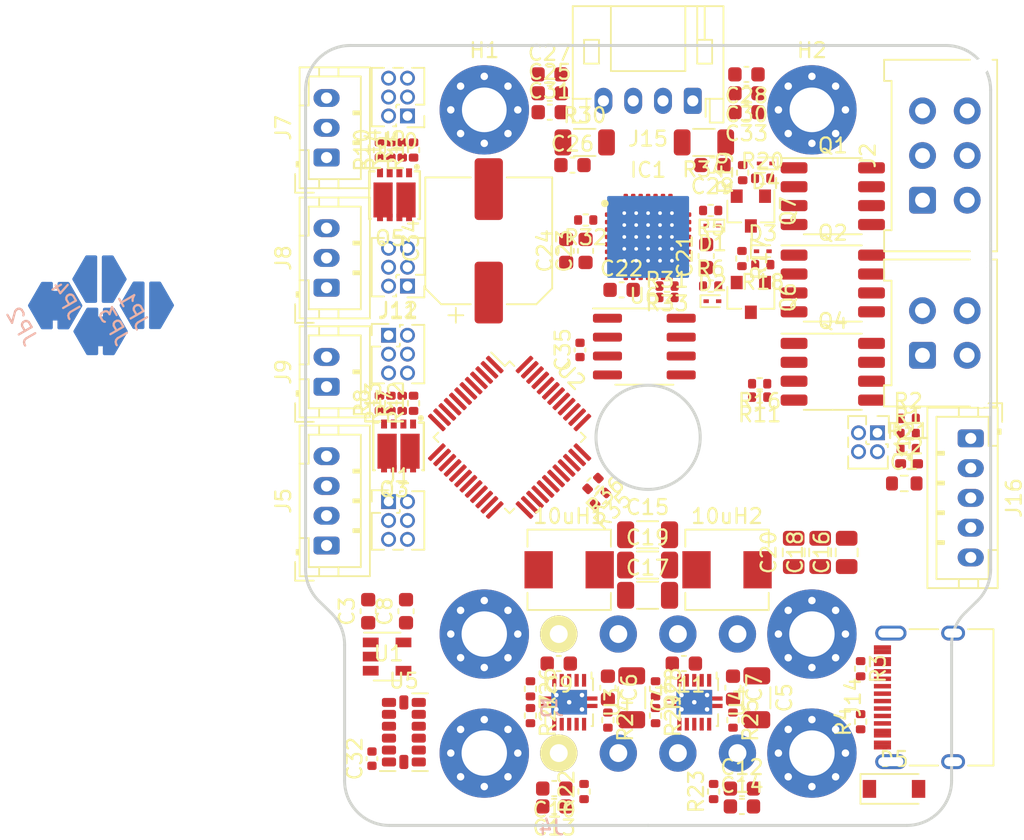
<source format=kicad_pcb>
(kicad_pcb (version 20171130) (host pcbnew "(5.1.10)-1")
  (layers (0 F.Cu signal) (1 In1.Cu signal) (2 In2.Cu signal) (31 B.Cu signal) (34 B.Paste user) (35 F.Paste user) (36 B.SilkS user) (37 F.SilkS user hide) (38 B.Mask user) (39 F.Mask user) (44 Edge.Cuts user))
  (net 0 "")
  (net 1 GND)
  (net 2 V_IN)
  (net 3 TOOL_ID)
  (net 4 FAN_1_V_OUT)
  (net 5 FAN_1_TACHO)
  (net 6 FAN_1_DRAIN)
  (net 7 FAN_2_V_OUT)
  (net 8 FAN_2_TACHO)
  (net 9 FAN_2_DRAIN)
  (net 10 LED_1_V_OUT)
  (net 11 LED_1_DRAIN)
  (net 12 HEATER_DRAIN)
  (net 13 STEP_1_B2)
  (net 14 STEP_1_B1)
  (net 15 STEP_1_A2)
  (net 16 STEP_1_A1)
  (net 17 IO_3_OUT)
  (net 18 IO_2_OUT)
  (net 19 IO_1_OUT)
  (net 20 5V)
  (net 21 "Net-(U1-Pad4)")
  (net 22 "Net-(IC1-Pad25)")
  (net 23 "Net-(IC1-Pad17)")
  (net 24 "Net-(IC1-Pad12)")
  (net 25 TMC_ENN)
  (net 26 3.3V)
  (net 27 TMC_DIR)
  (net 28 TMC_DIAG)
  (net 29 TMC_UART_RX)
  (net 30 TMC_STEP)
  (net 31 "Net-(Q3-Pad2)")
  (net 32 "Net-(Q3-Pad4)")
  (net 33 "Net-(Q4-Pad1)")
  (net 34 "Net-(Q5-Pad2)")
  (net 35 "Net-(Q6-Pad2)")
  (net 36 HEATER_GATE)
  (net 37 FAN_1_GATE)
  (net 38 FAN_2_GATE)
  (net 39 LED_1_GATE)
  (net 40 USBH_GATE)
  (net 41 ADXL_SCL)
  (net 42 ADXL_SDI)
  (net 43 ADXL_SDO)
  (net 44 "Net-(U2-Pad11)")
  (net 45 "Net-(U2-Pad10)")
  (net 46 "Net-(U2-Pad9)")
  (net 47 ADXL_INT1)
  (net 48 ADXL_CS)
  (net 49 ADXL_AREF)
  (net 50 "Net-(U2-Pad3)")
  (net 51 "Net-(D1-Pad2)")
  (net 52 "Net-(D1-Pad1)")
  (net 53 "Net-(D2-Pad2)")
  (net 54 "Net-(D2-Pad1)")
  (net 55 "Net-(D3-Pad2)")
  (net 56 DOCK_V_IN)
  (net 57 DOCK_GND)
  (net 58 "Net-(D4-Pad1)")
  (net 59 AREF)
  (net 60 THERM_1_PIN)
  (net 61 12V)
  (net 62 "Net-(10uH1-Pad1)")
  (net 63 "Net-(10uH2-Pad1)")
  (net 64 "Net-(U3-Pad8)")
  (net 65 "Net-(U4-Pad8)")
  (net 66 "Net-(C9-Pad2)")
  (net 67 "Net-(C10-Pad1)")
  (net 68 "Net-(C11-Pad2)")
  (net 69 "Net-(C12-Pad1)")
  (net 70 "Net-(C13-Pad1)")
  (net 71 "Net-(C14-Pad1)")
  (net 72 "Net-(C22-Pad1)")
  (net 73 "Net-(C23-Pad2)")
  (net 74 "Net-(C23-Pad1)")
  (net 75 "Net-(C24-Pad1)")
  (net 76 TMC_BRB)
  (net 77 TMC_BRA)
  (net 78 "Net-(J1-Pad6)")
  (net 79 "Net-(J1-Pad5)")
  (net 80 "Net-(J1-Pad4)")
  (net 81 "Net-(J1-Pad3)")
  (net 82 "Net-(J1-Pad2)")
  (net 83 "Net-(J1-Pad1)")
  (net 84 "Net-(J13-Pad3)")
  (net 85 "Net-(J13-Pad1)")
  (net 86 "Net-(J14-PadB8)")
  (net 87 "Net-(J14-PadA5)")
  (net 88 "Net-(J14-PadA8)")
  (net 89 "Net-(J14-PadB5)")
  (net 90 "Net-(Q5-Pad4)")
  (net 91 "Net-(Q7-Pad2)")
  (net 92 "Net-(R24-Pad2)")
  (net 93 "Net-(R25-Pad2)")
  (net 94 "Net-(R26-Pad2)")
  (net 95 "Net-(R28-Pad2)")
  (net 96 "Net-(U2-Pad48)")
  (net 97 "Net-(U2-Pad47)")
  (net 98 "Net-(U2-Pad44)")
  (net 99 "Net-(U2-Pad43)")
  (net 100 "Net-(U2-Pad42)")
  (net 101 "Net-(U2-Pad41)")
  (net 102 "Net-(U2-Pad40)")
  (net 103 "Net-(U2-Pad39)")
  (net 104 "Net-(U2-Pad38)")
  (net 105 "Net-(U2-Pad37)")
  (net 106 "Net-(U2-Pad36)")
  (net 107 "Net-(U2-Pad35)")
  (net 108 "Net-(U2-Pad34)")
  (net 109 "Net-(U2-Pad29)")
  (net 110 "Net-(U2-Pad28)")
  (net 111 "Net-(U2-Pad27)")
  (net 112 "Net-(U2-Pad26)")
  (net 113 "Net-(U2-Pad25)")
  (net 114 "Net-(U2-Pad24)")
  (net 115 "Net-(U2-Pad23)")
  (net 116 "Net-(U2-Pad20)")
  (net 117 "Net-(U2-Pad19)")
  (net 118 "Net-(U2-Pad18)")
  (net 119 "Net-(U2-Pad17)")
  (net 120 "Net-(U2-Pad16)")
  (net 121 "Net-(U2-Pad15)")
  (net 122 "Net-(U2-Pad14)")
  (net 123 "Net-(U2-Pad8)")
  (net 124 "Net-(U2-Pad7)")
  (net 125 "Net-(U2-Pad6)")
  (net 126 "Net-(U2-Pad5)")
  (net 127 "Net-(U2-Pad4)")
  (net 128 "Net-(U2-Pad2)")
  (net 129 "Net-(U2-Pad1)")
  (net 130 "Net-(U5-Pad11)")
  (net 131 "Net-(U5-Pad10)")
  (net 132 "Net-(U5-Pad9)")
  (net 133 "Net-(U5-Pad3)")
  (net 134 "Net-(D5-Pad2)")
  (net 135 "Net-(JP1-Pad2)")
  (net 136 "Net-(JP1-Pad1)")
  (net 137 "Net-(JP2-Pad2)")
  (net 138 "Net-(JP2-Pad1)")
  (net 139 "Net-(JP3-Pad2)")
  (net 140 "Net-(JP3-Pad1)")
  (net 141 "Net-(JP4-Pad2)")
  (net 142 "Net-(JP4-Pad1)")
  (net 143 THERM_1_OUT)
  (net 144 TOOL_DATA_L)
  (net 145 TOOL_DATA_H)
  (net 146 HOST_USB_D+)
  (net 147 HOST_USB_D-)
  (net 148 HOST_USB_DRAIN)
  (net 149 USB_D-)
  (net 150 USB_D+)
  (net 151 "Net-(J3-Pad2)")
  (net 152 "Net-(R35-Pad2)")
  (net 153 "Net-(R36-Pad2)")
  (net 154 CAN_TX)
  (net 155 CAN_RX)
  (net 156 USART_1_RX)
  (net 157 USART_1_TX)
  (net 158 USART_3_RX)
  (net 159 USART_3_TX)
  (net 160 USART_2_RX)
  (net 161 USART_2_TX)
  (net 162 TMC_UART_TX)
  (net 163 CAN_H)
  (net 164 CAN_L)
  (module Capacitor_SMD:C_0402_1005Metric (layer F.Cu) (at 95.428 94.13 90)
    (fp_text reference C35 (at 0 -1.16 90) (layer F.SilkS))
    (fp_text value C_Small)
    (pad 2 smd roundrect (at 0.48 0 90) (size 0.56 0.62) (layers F.Cu F.Paste F.Mask) (net 1 GND))
    (pad 1 smd roundrect (at -0.48 0 90) (size 0.56 0.62) (layers F.Cu F.Paste F.Mask) (net 26 3.3V))
  )
  (module Package_SO:SOIC-8_3.9x4.9mm_P1.27mm (layer F.Cu) (at 99.746 93.904)
    (fp_text reference U6 (at 0 -3.4) (layer F.SilkS))
    (fp_text value TJA1040T)
    (pad 8 smd roundrect (at 2.475 -1.905) (size 1.95 0.6) (layers F.Cu F.Paste F.Mask) (net 1 GND))
    (pad 7 smd roundrect (at 2.475 -0.635) (size 1.95 0.6) (layers F.Cu F.Paste F.Mask) (net 163 CAN_H))
    (pad 6 smd roundrect (at 2.475 0.635) (size 1.95 0.6) (layers F.Cu F.Paste F.Mask) (net 164 CAN_L))
    (pad 5 smd roundrect (at 2.475 1.905) (size 1.95 0.6) (layers F.Cu F.Paste F.Mask) (net 1 GND))
    (pad 4 smd roundrect (at -2.475 1.905) (size 1.95 0.6) (layers F.Cu F.Paste F.Mask) (net 155 CAN_RX))
    (pad 3 smd roundrect (at -2.475 0.635) (size 1.95 0.6) (layers F.Cu F.Paste F.Mask) (net 26 3.3V))
    (pad 2 smd roundrect (at -2.475 -0.635) (size 1.95 0.6) (layers F.Cu F.Paste F.Mask) (net 1 GND))
    (pad 1 smd roundrect (at -2.475 -1.905) (size 1.95 0.6) (layers F.Cu F.Paste F.Mask) (net 154 CAN_TX))
  )
  (module Resistor_SMD:R_0402_1005Metric (layer F.Cu) (at 101.27 90.602)
    (fp_text reference R31 (at 0 -1.17) (layer F.SilkS))
    (fp_text value 1K)
    (pad 2 smd roundrect (at 0.51 0) (size 0.54 0.64) (layers F.Cu F.Paste F.Mask) (net 29 TMC_UART_RX))
    (pad 1 smd roundrect (at -0.51 0) (size 0.54 0.64) (layers F.Cu F.Paste F.Mask) (net 162 TMC_UART_TX))
  )
  (module Diode_SMD:D_SOD-123 (layer F.Cu) (at 116.51 123.622)
    (fp_text reference D5 (at 0 -2) (layer F.SilkS))
    (fp_text value D_Schottky)
    (pad 2 smd rect (at 1.65 0) (size 0.9 1.2) (layers F.Cu F.Paste F.Mask) (net 134 "Net-(D5-Pad2)"))
    (pad 1 smd rect (at -1.65 0) (size 0.9 1.2) (layers F.Cu F.Paste F.Mask) (net 20 5V))
  )
  (module Capacitor_SMD:C_0402_1005Metric (layer F.Cu) (at 81.458 121.59 90)
    (fp_text reference C32 (at 0 -1.16 90) (layer F.SilkS))
    (fp_text value C_Small)
    (pad 2 smd roundrect (at 0.48 0 90) (size 0.56 0.62) (layers F.Cu F.Paste F.Mask) (net 1 GND))
    (pad 1 smd roundrect (at -0.48 0 90) (size 0.56 0.62) (layers F.Cu F.Paste F.Mask) (net 49 ADXL_AREF))
  )
  (module Resistor_SMD:R_0402_1005Metric (layer F.Cu) (at 96.3 103.1 225)
    (fp_text reference R36 (at 0 -1.17 45) (layer F.SilkS))
    (fp_text value 22R)
    (pad 2 smd roundrect (at 0.51 0 225) (size 0.54 0.64) (layers F.Cu F.Paste F.Mask) (net 153 "Net-(R36-Pad2)"))
    (pad 1 smd roundrect (at -0.51 0 225) (size 0.54 0.64) (layers F.Cu F.Paste F.Mask) (net 150 USB_D+))
  )
  (module Resistor_SMD:R_0402_1005Metric (layer F.Cu) (at 96.8 104.1 225)
    (fp_text reference R35 (at 0 -1.17 45) (layer F.SilkS))
    (fp_text value 22R)
    (pad 2 smd roundrect (at 0.51 0 225) (size 0.54 0.64) (layers F.Cu F.Paste F.Mask) (net 152 "Net-(R35-Pad2)"))
    (pad 1 smd roundrect (at -0.51 0 225) (size 0.54 0.64) (layers F.Cu F.Paste F.Mask) (net 149 USB_D-))
  )
  (module Capacitor_SMD:CP_Elec_8x6.9 (layer F.Cu) (at 89.3 86.8 90)
    (fp_text reference C34 (at 0 -5.2 90) (layer F.SilkS))
    (fp_text value "100uF 35V")
    (pad 2 smd roundrect (at 3.475 0 90) (size 4.15 1.9) (layers F.Cu F.Paste F.Mask) (roundrect_rratio 0.131579) (net 1 GND))
    (pad 1 smd roundrect (at -3.475 0 90) (size 4.15 1.9) (layers F.Cu F.Paste F.Mask) (roundrect_rratio 0.131579) (net 2 V_IN))
  )
  (module ToolChanger:SolderJumper_Hex_Open_Pad (layer B.Cu) (at 63.136 89.334987 300)
    (fp_text reference JP4 (at 0.147 2.629 300) (layer B.SilkS) (effects (justify mirror)))
    (fp_text value SolderJumper_2_Open)
    (pad 2 smd custom (at 0.5 -0.8 300) (size 1.524 1.524) (layers B.Cu B.Mask) (net 141 "Net-(JP4-Pad2)") (options (clearance outline) (anchor circle)) (primitives (gr_poly (pts (xy 1.274 0.8) (xy 0.412 -0.699) (xy -1.316 -0.701) (xy -1.619 -0.174) (xy 0.969 1.328)) (width 0.2))))
    (pad 1 smd custom (at -0.4 0.8 300) (size 1.524 1.524) (layers B.Cu B.Mask) (net 142 "Net-(JP4-Pad1)") (options (clearance outline) (anchor circle)) (primitives (gr_poly (pts (xy -1.283 -0.806) (xy -0.421 0.693) (xy 1.307 0.695) (xy 1.611 0.169) (xy -0.977 -1.333)) (width 0.2))))
  )
  (module ToolChanger:SolderJumper_Hex_Open_Pad (layer B.Cu) (at 66.31482 91.09241 300)
    (fp_text reference JP3 (at 0.147 2.629 300) (layer B.SilkS) (effects (justify mirror)))
    (fp_text value SolderJumper_2_Open)
    (pad 2 smd custom (at 0.5 -0.8 300) (size 1.524 1.524) (layers B.Cu B.Mask) (net 139 "Net-(JP3-Pad2)") (options (clearance outline) (anchor circle)) (primitives (gr_poly (pts (xy 1.274 0.8) (xy 0.412 -0.699) (xy -1.316 -0.701) (xy -1.619 -0.174) (xy 0.969 1.328)) (width 0.2))))
    (pad 1 smd custom (at -0.4 0.8 300) (size 1.524 1.524) (layers B.Cu B.Mask) (net 140 "Net-(JP3-Pad1)") (options (clearance outline) (anchor circle)) (primitives (gr_poly (pts (xy -1.283 -0.806) (xy -0.421 0.693) (xy 1.307 0.695) (xy 1.611 0.169) (xy -0.977 -1.333)) (width 0.2))))
  )
  (module ToolChanger:SolderJumper_Hex_Bridged_Pad (layer B.Cu) (at 60.16118 91.112987 300)
    (fp_text reference JP2 (at 0.147 2.629 300) (layer B.SilkS) (effects (justify mirror)))
    (fp_text value SolderJumper_2_Bridged)
    (pad "" smd rect (at 0.046 0.002 270) (size 2 0.5) (layers B.Cu B.Mask))
    (pad 2 smd custom (at 0.5 -0.8 300) (size 1.524 1.524) (layers B.Cu B.Mask) (net 137 "Net-(JP2-Pad2)") (options (clearance outline) (anchor circle)) (primitives (gr_poly (pts (xy 1.274 0.8) (xy 0.412 -0.699) (xy -1.316 -0.701) (xy -1.619 -0.174) (xy 0.969 1.328)) (width 0.2))))
    (pad 1 smd custom (at -0.4 0.8 300) (size 1.524 1.524) (layers B.Cu B.Mask) (net 138 "Net-(JP2-Pad1)") (options (clearance outline) (anchor circle)) (primitives (gr_poly (pts (xy -1.283 -0.806) (xy -0.421 0.693) (xy 1.307 0.695) (xy 1.611 0.169) (xy -0.977 -1.333)) (width 0.2))))
  )
  (module ToolChanger:SolderJumper_Hex_Bridged_Pad (layer B.Cu) (at 63.25918 92.924 120)
    (fp_text reference JP1 (at 0.147 2.629 -60) (layer B.SilkS) (effects (justify mirror)))
    (fp_text value SolderJumper_2_Bridged)
    (pad "" smd rect (at 0.046 0.002 90) (size 2 0.5) (layers B.Cu B.Mask))
    (pad 2 smd custom (at 0.5 -0.8 120) (size 1.524 1.524) (layers B.Cu B.Mask) (net 135 "Net-(JP1-Pad2)") (options (clearance outline) (anchor circle)) (primitives (gr_poly (pts (xy 1.274 0.8) (xy 0.412 -0.699) (xy -1.316 -0.701) (xy -1.619 -0.174) (xy 0.969 1.328)) (width 0.2))))
    (pad 1 smd custom (at -0.4 0.8 120) (size 1.524 1.524) (layers B.Cu B.Mask) (net 136 "Net-(JP1-Pad1)") (options (clearance outline) (anchor circle)) (primitives (gr_poly (pts (xy -1.283 -0.806) (xy -0.421 0.693) (xy 1.307 0.695) (xy 1.611 0.169) (xy -0.977 -1.333)) (width 0.2))))
  )
  (module Resistor_SMD:R_0603_1608Metric (layer F.Cu) (at 117.2 103.1)
    (fp_text reference C1 (at 0 -1.43) (layer F.SilkS))
    (fp_text value "10uF 50V")
    (pad 2 smd roundrect (at 0.825 0) (size 0.8 0.95) (layers F.Cu F.Paste F.Mask) (net 1 GND))
    (pad 1 smd roundrect (at -0.825 0) (size 0.8 0.95) (layers F.Cu F.Paste F.Mask) (net 2 V_IN))
  )
  (module Package_LGA:LGA-14_3x5mm_P0.8mm_LayoutBorder1x6y (layer F.Cu) (at 83.6 119.812)
    (fp_text reference U5 (at 0 -3.45) (layer F.SilkS))
    (fp_text value ADXL345BCCZ-RL7)
    (pad 14 smd roundrect (at 0 -2) (size 0.6 0.95) (layers F.Cu F.Paste F.Mask) (net 41 ADXL_SCL))
    (pad 13 smd roundrect (at 1 -2) (size 0.95 0.6) (layers F.Cu F.Paste F.Mask) (net 42 ADXL_SDI))
    (pad 12 smd roundrect (at 1 -1.2) (size 0.95 0.6) (layers F.Cu F.Paste F.Mask) (net 43 ADXL_SDO))
    (pad 11 smd roundrect (at 1 -0.4) (size 0.95 0.6) (layers F.Cu F.Paste F.Mask) (net 130 "Net-(U5-Pad11)"))
    (pad 10 smd roundrect (at 1 0.4) (size 0.95 0.6) (layers F.Cu F.Paste F.Mask) (net 131 "Net-(U5-Pad10)"))
    (pad 9 smd roundrect (at 1 1.2) (size 0.95 0.6) (layers F.Cu F.Paste F.Mask) (net 132 "Net-(U5-Pad9)"))
    (pad 8 smd roundrect (at 1 2) (size 0.95 0.6) (layers F.Cu F.Paste F.Mask) (net 47 ADXL_INT1))
    (pad 7 smd roundrect (at 0 2) (size 0.6 0.95) (layers F.Cu F.Paste F.Mask) (net 48 ADXL_CS))
    (pad 6 smd roundrect (at -1 2) (size 0.95 0.6) (layers F.Cu F.Paste F.Mask) (net 49 ADXL_AREF))
    (pad 5 smd roundrect (at -1 1.2) (size 0.95 0.6) (layers F.Cu F.Paste F.Mask) (net 1 GND))
    (pad 4 smd roundrect (at -1 0.4) (size 0.95 0.6) (layers F.Cu F.Paste F.Mask) (net 1 GND))
    (pad 3 smd roundrect (at -1 -0.4) (size 0.95 0.6) (layers F.Cu F.Paste F.Mask) (net 133 "Net-(U5-Pad3)"))
    (pad 2 smd roundrect (at -1 -1.2) (size 0.95 0.6) (layers F.Cu F.Paste F.Mask) (net 1 GND))
    (pad 1 smd roundrect (at -1 -2) (size 0.95 0.6) (layers F.Cu F.Paste F.Mask) (net 49 ADXL_AREF))
  )
  (module Package_SON:VSON-10-1EP_3x3mm_P0.5mm_EP1.65x2.4mm_ThermalVias (layer F.Cu) (at 103.1 117.8 270)
    (fp_text reference U4 (at 0 -2.9 90) (layer F.SilkS))
    (fp_text value TPS54335ADRCR)
    (pad 11 smd rect (at 0 0 270) (size 1.65 2.4) (layers B.Cu) (net 1 GND))
    (pad 11 thru_hole circle (at 0 0 270) (size 0.6 0.6) (drill 0.3) (layers *.Cu) (net 1 GND))
    (pad 11 thru_hole circle (at 0.48 0.86 270) (size 0.6 0.6) (drill 0.3) (layers *.Cu) (net 1 GND))
    (pad 11 thru_hole circle (at 0.48 -0.86 270) (size 0.6 0.6) (drill 0.3) (layers *.Cu) (net 1 GND))
    (pad 11 thru_hole circle (at -0.48 0.86 270) (size 0.6 0.6) (drill 0.3) (layers *.Cu) (net 1 GND))
    (pad 11 thru_hole circle (at -0.48 -0.86 270) (size 0.6 0.6) (drill 0.3) (layers *.Cu) (net 1 GND))
    (pad 11 smd rect (at 0.25 1.55 270) (size 0.28 0.7) (layers F.Cu F.Paste F.Mask) (net 1 GND))
    (pad 11 smd rect (at 0.25 -1.55 270) (size 0.28 0.7) (layers F.Cu F.Paste F.Mask) (net 1 GND))
    (pad 11 smd rect (at -0.25 1.55 270) (size 0.28 0.7) (layers F.Cu F.Paste F.Mask) (net 1 GND))
    (pad 11 smd rect (at -0.25 -1.55 270) (size 0.28 0.7) (layers F.Cu F.Paste F.Mask) (net 1 GND))
    (pad 11 smd rect (at 0 0 270) (size 1.65 2.4) (layers F.Cu F.Mask) (net 1 GND))
    (pad 10 smd rect (at 1.475 -1 270) (size 0.85 0.28) (layers F.Cu F.Paste F.Mask) (net 93 "Net-(R25-Pad2)"))
    (pad 9 smd rect (at 1.475 -0.5 270) (size 0.85 0.28) (layers F.Cu F.Paste F.Mask) (net 68 "Net-(C11-Pad2)"))
    (pad 8 smd rect (at 1.475 0 270) (size 0.85 0.28) (layers F.Cu F.Paste F.Mask) (net 65 "Net-(U4-Pad8)"))
    (pad 7 smd rect (at 1.475 0.5 270) (size 0.85 0.28) (layers F.Cu F.Paste F.Mask) (net 69 "Net-(C12-Pad1)"))
    (pad 6 smd rect (at 1.475 1 270) (size 0.85 0.28) (layers F.Cu F.Paste F.Mask) (net 95 "Net-(R28-Pad2)"))
    (pad 5 smd rect (at -1.475 1 270) (size 0.85 0.28) (layers F.Cu F.Paste F.Mask) (net 1 GND))
    (pad 4 smd rect (at -1.475 0.5 270) (size 0.85 0.28) (layers F.Cu F.Paste F.Mask) (net 1 GND))
    (pad 3 smd rect (at -1.475 0 270) (size 0.85 0.28) (layers F.Cu F.Paste F.Mask) (net 1 GND))
    (pad 2 smd rect (at -1.475 -0.5 270) (size 0.85 0.28) (layers F.Cu F.Paste F.Mask) (net 63 "Net-(10uH2-Pad1)"))
    (pad 1 smd rect (at -1.475 -1 270) (size 0.85 0.28) (layers F.Cu F.Paste F.Mask) (net 2 V_IN))
  )
  (module Package_SON:VSON-10-1EP_3x3mm_P0.5mm_EP1.65x2.4mm_ThermalVias (layer F.Cu) (at 94.7 117.8 270)
    (fp_text reference U3 (at 0 -2.9 90) (layer F.SilkS))
    (fp_text value TPS54335ADRCR)
    (pad 11 smd rect (at 0 0 270) (size 1.65 2.4) (layers B.Cu) (net 1 GND))
    (pad 11 thru_hole circle (at 0 0 270) (size 0.6 0.6) (drill 0.3) (layers *.Cu) (net 1 GND))
    (pad 11 thru_hole circle (at 0.48 0.86 270) (size 0.6 0.6) (drill 0.3) (layers *.Cu) (net 1 GND))
    (pad 11 thru_hole circle (at 0.48 -0.86 270) (size 0.6 0.6) (drill 0.3) (layers *.Cu) (net 1 GND))
    (pad 11 thru_hole circle (at -0.48 0.86 270) (size 0.6 0.6) (drill 0.3) (layers *.Cu) (net 1 GND))
    (pad 11 thru_hole circle (at -0.48 -0.86 270) (size 0.6 0.6) (drill 0.3) (layers *.Cu) (net 1 GND))
    (pad 11 smd rect (at 0.25 1.55 270) (size 0.28 0.7) (layers F.Cu F.Paste F.Mask) (net 1 GND))
    (pad 11 smd rect (at 0.25 -1.55 270) (size 0.28 0.7) (layers F.Cu F.Paste F.Mask) (net 1 GND))
    (pad 11 smd rect (at -0.25 1.55 270) (size 0.28 0.7) (layers F.Cu F.Paste F.Mask) (net 1 GND))
    (pad 11 smd rect (at -0.25 -1.55 270) (size 0.28 0.7) (layers F.Cu F.Paste F.Mask) (net 1 GND))
    (pad 11 smd rect (at 0 0 270) (size 1.65 2.4) (layers F.Cu F.Mask) (net 1 GND))
    (pad 10 smd rect (at 1.475 -1 270) (size 0.85 0.28) (layers F.Cu F.Paste F.Mask) (net 92 "Net-(R24-Pad2)"))
    (pad 9 smd rect (at 1.475 -0.5 270) (size 0.85 0.28) (layers F.Cu F.Paste F.Mask) (net 66 "Net-(C9-Pad2)"))
    (pad 8 smd rect (at 1.475 0 270) (size 0.85 0.28) (layers F.Cu F.Paste F.Mask) (net 64 "Net-(U3-Pad8)"))
    (pad 7 smd rect (at 1.475 0.5 270) (size 0.85 0.28) (layers F.Cu F.Paste F.Mask) (net 67 "Net-(C10-Pad1)"))
    (pad 6 smd rect (at 1.475 1 270) (size 0.85 0.28) (layers F.Cu F.Paste F.Mask) (net 94 "Net-(R26-Pad2)"))
    (pad 5 smd rect (at -1.475 1 270) (size 0.85 0.28) (layers F.Cu F.Paste F.Mask) (net 1 GND))
    (pad 4 smd rect (at -1.475 0.5 270) (size 0.85 0.28) (layers F.Cu F.Paste F.Mask) (net 1 GND))
    (pad 3 smd rect (at -1.475 0 270) (size 0.85 0.28) (layers F.Cu F.Paste F.Mask) (net 1 GND))
    (pad 2 smd rect (at -1.475 -0.5 270) (size 0.85 0.28) (layers F.Cu F.Paste F.Mask) (net 62 "Net-(10uH1-Pad1)"))
    (pad 1 smd rect (at -1.475 -1 270) (size 0.85 0.28) (layers F.Cu F.Paste F.Mask) (net 2 V_IN))
  )
  (module Package_TO_SOT_SMD:SOT-23-5 (layer F.Cu) (at 82.474 114.732)
    (fp_text reference U1 (at 0.1 -0.2) (layer F.SilkS))
    (fp_text value TLV73333PDBV)
    (pad 5 smd rect (at 1.1 -0.95) (size 1.06 0.65) (layers F.Cu F.Paste F.Mask) (net 26 3.3V))
    (pad 4 smd rect (at 1.1 0.95) (size 1.06 0.65) (layers F.Cu F.Paste F.Mask) (net 21 "Net-(U1-Pad4)"))
    (pad 3 smd rect (at -1.1 0.95) (size 1.06 0.65) (layers F.Cu F.Paste F.Mask) (net 20 5V))
    (pad 2 smd rect (at -1.1 0) (size 1.06 0.65) (layers F.Cu F.Paste F.Mask) (net 1 GND))
    (pad 1 smd rect (at -1.1 -0.95) (size 1.06 0.65) (layers F.Cu F.Paste F.Mask) (net 20 5V))
  )
  (module Resistor_SMD:R_1206_3216Metric (layer F.Cu) (at 103.7485 80.188 180)
    (fp_text reference R34 (at 0 -1.82) (layer F.SilkS))
    (fp_text value "0.1R 1%")
    (pad 2 smd roundrect (at 1.4625 0 180) (size 1.125 1.75) (layers F.Cu F.Paste F.Mask) (roundrect_rratio 0.222222) (net 77 TMC_BRA))
    (pad 1 smd roundrect (at -1.4625 0 180) (size 1.125 1.75) (layers F.Cu F.Paste F.Mask) (roundrect_rratio 0.222222) (net 1 GND))
  )
  (module Resistor_SMD:R_0402_1005Metric (layer F.Cu) (at 101.27 89.84 180)
    (fp_text reference R33 (at 0 -1.17) (layer F.SilkS))
    (fp_text value 22K)
    (pad 2 smd roundrect (at 0.51 0 180) (size 0.54 0.64) (layers F.Cu F.Paste F.Mask) (net 1 GND))
    (pad 1 smd roundrect (at -0.51 0 180) (size 0.54 0.64) (layers F.Cu F.Paste F.Mask) (net 29 TMC_UART_RX))
  )
  (module Resistor_SMD:R_0402_1005Metric (layer F.Cu) (at 95.81 85.4 180)
    (fp_text reference R32 (at 0 -1.17) (layer F.SilkS))
    (fp_text value 22K)
    (pad 2 smd roundrect (at 0.51 0 180) (size 0.54 0.64) (layers F.Cu F.Paste F.Mask) (net 26 3.3V))
    (pad 1 smd roundrect (at -0.51 0 180) (size 0.54 0.64) (layers F.Cu F.Paste F.Mask) (net 25 TMC_ENN))
  )
  (module Resistor_SMD:R_1206_3216Metric (layer F.Cu) (at 95.7435 80.188)
    (fp_text reference R30 (at 0 -1.82) (layer F.SilkS))
    (fp_text value "0.1R 1%")
    (pad 2 smd roundrect (at 1.4625 0) (size 1.125 1.75) (layers F.Cu F.Paste F.Mask) (roundrect_rratio 0.222222) (net 76 TMC_BRB))
    (pad 1 smd roundrect (at -1.4625 0) (size 1.125 1.75) (layers F.Cu F.Paste F.Mask) (roundrect_rratio 0.222222) (net 1 GND))
  )
  (module Resistor_SMD:R_0402_1005Metric (layer F.Cu) (at 100.5 118.7 270)
    (fp_text reference R29 (at 0 -1.17 90) (layer F.SilkS))
    (fp_text value 19.1k)
    (pad 2 smd roundrect (at 0.51 0 270) (size 0.54 0.64) (layers F.Cu F.Paste F.Mask) (net 1 GND))
    (pad 1 smd roundrect (at -0.51 0 270) (size 0.54 0.64) (layers F.Cu F.Paste F.Mask) (net 95 "Net-(R28-Pad2)"))
  )
  (module Resistor_SMD:R_0402_1005Metric (layer F.Cu) (at 100.5 116.9 270)
    (fp_text reference R28 (at 0 -1.17 90) (layer F.SilkS))
    (fp_text value 100k)
    (pad 2 smd roundrect (at 0.51 0 270) (size 0.54 0.64) (layers F.Cu F.Paste F.Mask) (net 95 "Net-(R28-Pad2)"))
    (pad 1 smd roundrect (at -0.51 0 270) (size 0.54 0.64) (layers F.Cu F.Paste F.Mask) (net 20 5V))
  )
  (module Resistor_SMD:R_0402_1005Metric (layer F.Cu) (at 92.1 118.7 270)
    (fp_text reference R27 (at 0 -1.17 90) (layer F.SilkS))
    (fp_text value 7.15k)
    (pad 2 smd roundrect (at 0.51 0 270) (size 0.54 0.64) (layers F.Cu F.Paste F.Mask) (net 1 GND))
    (pad 1 smd roundrect (at -0.51 0 270) (size 0.54 0.64) (layers F.Cu F.Paste F.Mask) (net 94 "Net-(R26-Pad2)"))
  )
  (module Resistor_SMD:R_0402_1005Metric (layer F.Cu) (at 92.1 116.9 270)
    (fp_text reference R26 (at 0 -1.17 90) (layer F.SilkS))
    (fp_text value 100k)
    (pad 2 smd roundrect (at 0.51 0 270) (size 0.54 0.64) (layers F.Cu F.Paste F.Mask) (net 94 "Net-(R26-Pad2)"))
    (pad 1 smd roundrect (at -0.51 0 270) (size 0.54 0.64) (layers F.Cu F.Paste F.Mask) (net 61 12V))
  )
  (module Resistor_SMD:R_0402_1005Metric (layer F.Cu) (at 105.7 119 270)
    (fp_text reference R25 (at 0 -1.17 90) (layer F.SilkS))
    (fp_text value 95k)
    (pad 2 smd roundrect (at 0.51 0 270) (size 0.54 0.64) (layers F.Cu F.Paste F.Mask) (net 93 "Net-(R25-Pad2)"))
    (pad 1 smd roundrect (at -0.51 0 270) (size 0.54 0.64) (layers F.Cu F.Paste F.Mask) (net 1 GND))
  )
  (module Resistor_SMD:R_0402_1005Metric (layer F.Cu) (at 97.3 119 270)
    (fp_text reference R24 (at 0 -1.17 90) (layer F.SilkS))
    (fp_text value 95k)
    (pad 2 smd roundrect (at 0.51 0 270) (size 0.54 0.64) (layers F.Cu F.Paste F.Mask) (net 92 "Net-(R24-Pad2)"))
    (pad 1 smd roundrect (at -0.51 0 270) (size 0.54 0.64) (layers F.Cu F.Paste F.Mask) (net 1 GND))
  )
  (module Resistor_SMD:R_0402_1005Metric (layer F.Cu) (at 104.4 123.8 90)
    (fp_text reference R23 (at 0 -1.17 90) (layer F.SilkS))
    (fp_text value 10k)
    (pad 2 smd roundrect (at 0.51 0 90) (size 0.54 0.64) (layers F.Cu F.Paste F.Mask) (net 69 "Net-(C12-Pad1)"))
    (pad 1 smd roundrect (at -0.51 0 90) (size 0.54 0.64) (layers F.Cu F.Paste F.Mask) (net 71 "Net-(C14-Pad1)"))
  )
  (module Resistor_SMD:R_0402_1005Metric (layer F.Cu) (at 95.7 123.8 90)
    (fp_text reference R22 (at 0 -1.17 90) (layer F.SilkS))
    (fp_text value 36.5k)
    (pad 2 smd roundrect (at 0.51 0 90) (size 0.54 0.64) (layers F.Cu F.Paste F.Mask) (net 67 "Net-(C10-Pad1)"))
    (pad 1 smd roundrect (at -0.51 0 90) (size 0.54 0.64) (layers F.Cu F.Paste F.Mask) (net 70 "Net-(C13-Pad1)"))
  )
  (module ToolChanger:tmc_2209_package (layer F.Cu) (at 100 86.538)
    (fp_text reference IC1 (at 0 -4.5) (layer F.SilkS))
    (fp_text value TMC2209-LA)
    (pad "" smd roundrect (at -0.95 0.95) (size 1.7 1.7) (layers F.Cu F.Paste F.Mask) (roundrect_rratio 0.067))
    (pad "" smd roundrect (at 0.95 0.95) (size 1.7 1.7) (layers F.Cu F.Paste F.Mask) (roundrect_rratio 0.067))
    (pad "" smd roundrect (at 0.95 -0.95) (size 1.7 1.7) (layers F.Cu F.Paste F.Mask) (roundrect_rratio 0.067))
    (pad "" smd roundrect (at -0.95 -0.95) (size 1.7 1.7) (layers F.Cu F.Paste F.Mask) (roundrect_rratio 0.067))
    (pad 29 thru_hole circle (at 1.6 1.6) (size 0.55 0.55) (drill 0.25) (layers *.Cu) (net 1 GND))
    (pad 29 thru_hole circle (at 1.6 0.8) (size 0.55 0.55) (drill 0.25) (layers *.Cu) (net 1 GND))
    (pad 29 thru_hole circle (at 0.8 1.6) (size 0.55 0.55) (drill 0.25) (layers *.Cu) (net 1 GND))
    (pad 29 thru_hole circle (at 0.8 0.8) (size 0.55 0.55) (drill 0.25) (layers *.Cu) (net 1 GND))
    (pad 29 thru_hole circle (at 0 1.6) (size 0.55 0.55) (drill 0.25) (layers *.Cu) (net 1 GND))
    (pad 29 thru_hole circle (at 0 0.8) (size 0.55 0.55) (drill 0.25) (layers *.Cu) (net 1 GND))
    (pad 29 thru_hole circle (at -0.8 1.6) (size 0.55 0.55) (drill 0.25) (layers *.Cu) (net 1 GND))
    (pad 29 thru_hole circle (at -0.8 0.8) (size 0.55 0.55) (drill 0.25) (layers *.Cu) (net 1 GND))
    (pad 29 thru_hole circle (at -1.6 1.6) (size 0.55 0.55) (drill 0.25) (layers *.Cu) (net 1 GND))
    (pad 29 thru_hole circle (at -1.6 0.8) (size 0.55 0.55) (drill 0.25) (layers *.Cu) (net 1 GND))
    (pad 29 thru_hole circle (at -1.6 0) (size 0.55 0.55) (drill 0.25) (layers *.Cu) (net 1 GND))
    (pad 29 thru_hole circle (at -0.8 0) (size 0.55 0.55) (drill 0.25) (layers *.Cu) (net 1 GND))
    (pad 29 thru_hole circle (at 0 0) (size 0.55 0.55) (drill 0.25) (layers *.Cu) (net 1 GND))
    (pad 29 thru_hole circle (at 0.8 0) (size 0.55 0.55) (drill 0.25) (layers *.Cu) (net 1 GND))
    (pad 29 thru_hole circle (at 1.6 0) (size 0.55 0.55) (drill 0.25) (layers *.Cu) (net 1 GND))
    (pad 29 thru_hole circle (at 1.6 -0.8) (size 0.55 0.55) (drill 0.25) (layers *.Cu) (net 1 GND))
    (pad 29 thru_hole circle (at 0.8 -0.8) (size 0.55 0.55) (drill 0.25) (layers *.Cu) (net 1 GND))
    (pad 29 thru_hole circle (at -0.8 -0.8) (size 0.55 0.55) (drill 0.25) (layers *.Cu) (net 1 GND))
    (pad 29 thru_hole circle (at 0 -0.8) (size 0.55 0.55) (drill 0.25) (layers *.Cu) (net 1 GND))
    (pad 29 thru_hole circle (at -1.6 -0.8) (size 0.55 0.55) (drill 0.25) (layers *.Cu) (net 1 GND))
    (pad 29 thru_hole circle (at -1.6 -1.6) (size 0.55 0.55) (drill 0.25) (layers *.Cu) (net 1 GND))
    (pad 29 thru_hole circle (at -0.8 -1.6) (size 0.55 0.55) (drill 0.25) (layers *.Cu) (net 1 GND))
    (pad 29 thru_hole circle (at 0 -1.6) (size 0.55 0.55) (drill 0.25) (layers *.Cu) (net 1 GND))
    (pad 29 thru_hole circle (at 1.6 -1.6) (size 0.55 0.55) (drill 0.25) (layers *.Cu) (net 1 GND))
    (pad 29 thru_hole circle (at 0.8 -1.6) (size 0.55 0.55) (drill 0.25) (layers *.Cu) (net 1 GND))
    (pad 29 smd roundrect (at 0 0) (size 5.5 5.5) (layers B.Cu B.Mask) (roundrect_rratio 0.018) (net 1 GND))
    (pad 3 smd roundrect (at -2.5 -0.5 90) (size 0.3 0.8) (layers F.Cu F.Paste F.Mask) (net 1 GND))
    (pad 18 smd roundrect (at 2.5 0 90) (size 0.3 0.8) (layers F.Cu F.Paste F.Mask) (net 1 GND))
    (pad 25 smd roundrect (at 0 -2.5) (size 0.3 0.8) (layers F.Cu F.Paste F.Mask) (net 22 "Net-(IC1-Pad25)"))
    (pad 6 smd roundrect (at -2.5 1 90) (size 0.3 0.8) (layers F.Cu F.Paste F.Mask) (net 75 "Net-(C24-Pad1)"))
    (pad 17 smd roundrect (at 2.5 0.5 90) (size 0.3 0.8) (layers F.Cu F.Paste F.Mask) (net 23 "Net-(IC1-Pad17)"))
    (pad 20 smd roundrect (at 2.5 -1 90) (size 0.3 0.8) (layers F.Cu F.Paste F.Mask) (net 1 GND))
    (pad 1 smd roundrect (at -2.5 -1.5 90) (size 0.3 0.8) (layers F.Cu F.Paste F.Mask) (net 13 STEP_1_B2))
    (pad 5 smd roundrect (at -2.5 0.5 90) (size 0.3 0.8) (layers F.Cu F.Paste F.Mask) (net 74 "Net-(C23-Pad1)"))
    (pad 7 smd roundrect (at -2.5 1.5 90) (size 0.3 0.8) (layers F.Cu F.Paste F.Mask) (net 1 GND))
    (pad 12 smd roundrect (at 0.5 2.5) (size 0.3 0.8) (layers F.Cu F.Paste F.Mask) (net 24 "Net-(IC1-Pad12)"))
    (pad 2 smd roundrect (at -2.5 -1 90) (size 0.3 0.8) (layers F.Cu F.Paste F.Mask) (net 25 TMC_ENN))
    (pad 15 smd roundrect (at 2.5 1.5 90) (size 0.3 0.8) (layers F.Cu F.Paste F.Mask) (net 26 3.3V))
    (pad 27 smd roundrect (at -1 -2.5) (size 0.3 0.8) (layers F.Cu F.Paste F.Mask) (net 76 TMC_BRB))
    (pad 19 smd roundrect (at 2.5 -0.5 90) (size 0.3 0.8) (layers F.Cu F.Paste F.Mask) (net 27 TMC_DIR))
    (pad 11 smd roundrect (at 0 2.5) (size 0.3 0.8) (layers F.Cu F.Paste F.Mask) (net 28 TMC_DIAG))
    (pad 10 smd roundrect (at -0.5 2.5) (size 0.3 0.8) (layers F.Cu F.Paste F.Mask) (net 1 GND))
    (pad 14 smd roundrect (at 1.5 2.5) (size 0.3 0.8) (layers F.Cu F.Paste F.Mask) (net 29 TMC_UART_RX))
    (pad 24 smd roundrect (at 0.5 -2.5) (size 0.3 0.8) (layers F.Cu F.Paste F.Mask) (net 16 STEP_1_A1))
    (pad 26 smd roundrect (at -0.5 -2.5) (size 0.3 0.8) (layers F.Cu F.Paste F.Mask) (net 14 STEP_1_B1))
    (pad 4 smd roundrect (at -2.5 0 90) (size 0.3 0.8) (layers F.Cu F.Paste F.Mask) (net 73 "Net-(C23-Pad2)"))
    (pad 13 smd roundrect (at 1 2.5) (size 0.3 0.8) (layers F.Cu F.Paste F.Mask) (net 1 GND))
    (pad 9 smd roundrect (at -1 2.5) (size 0.3 0.8) (layers F.Cu F.Paste F.Mask) (net 1 GND))
    (pad 8 smd roundrect (at -1.5 2.5) (size 0.3 0.8) (layers F.Cu F.Paste F.Mask) (net 72 "Net-(C22-Pad1)"))
    (pad 23 smd roundrect (at 1 -2.5) (size 0.3 0.8) (layers F.Cu F.Paste F.Mask) (net 77 TMC_BRA))
    (pad 28 smd roundrect (at -1.5 -2.5) (size 0.3 0.8) (layers F.Cu F.Paste F.Mask) (net 2 V_IN))
    (pad 16 smd roundrect (at 2.5 1 90) (size 0.3 0.8) (layers F.Cu F.Paste F.Mask) (net 30 TMC_STEP))
    (pad 21 smd roundrect (at 2.5 -1.5 90) (size 0.3 0.8) (layers F.Cu F.Paste F.Mask) (net 15 STEP_1_A2))
    (pad 22 smd roundrect (at 1.5 -2.5) (size 0.3 0.8) (layers F.Cu F.Paste F.Mask) (net 2 V_IN))
    (pad 29 smd roundrect (at 0 0) (size 3.8 3.8) (layers F.Cu F.Mask) (roundrect_rratio 0.026) (net 1 GND))
  )
  (module Capacitor_SMD:C_0603_1608Metric (layer F.Cu) (at 106.604 78.156 180)
    (fp_text reference C33 (at 0 -1.43) (layer F.SilkS))
    (fp_text value "100nF 16V")
    (pad 2 smd roundrect (at 0.775 0 180) (size 0.9 0.95) (layers F.Cu F.Paste F.Mask) (net 77 TMC_BRA))
    (pad 1 smd roundrect (at -0.775 0 180) (size 0.9 0.95) (layers F.Cu F.Paste F.Mask) (net 1 GND))
  )
  (module Capacitor_SMD:C_0603_1608Metric (layer F.Cu) (at 93.396 78.156)
    (fp_text reference C31 (at 0 -1.43) (layer F.SilkS))
    (fp_text value "100nF 16V")
    (pad 2 smd roundrect (at 0.775 0) (size 0.9 0.95) (layers F.Cu F.Paste F.Mask) (net 76 TMC_BRB))
    (pad 1 smd roundrect (at -0.775 0) (size 0.9 0.95) (layers F.Cu F.Paste F.Mask) (net 1 GND))
  )
  (module Capacitor_SMD:C_0603_1608Metric (layer F.Cu) (at 106.604 76.886 180)
    (fp_text reference C30 (at 0 -1.43) (layer F.SilkS))
    (fp_text value "470pF 100V")
    (pad 2 smd roundrect (at 0.775 0 180) (size 0.9 0.95) (layers F.Cu F.Paste F.Mask) (net 15 STEP_1_A2))
    (pad 1 smd roundrect (at -0.775 0 180) (size 0.9 0.95) (layers F.Cu F.Paste F.Mask) (net 1 GND))
  )
  (module Capacitor_SMD:C_0603_1608Metric (layer F.Cu) (at 104.318 81.712 180)
    (fp_text reference C29 (at 0 -1.43) (layer F.SilkS))
    (fp_text value "0.1uF 50V")
    (pad 2 smd roundrect (at 0.775 0 180) (size 0.9 0.95) (layers F.Cu F.Paste F.Mask) (net 2 V_IN))
    (pad 1 smd roundrect (at -0.775 0 180) (size 0.9 0.95) (layers F.Cu F.Paste F.Mask) (net 1 GND))
  )
  (module Capacitor_SMD:C_0603_1608Metric (layer F.Cu) (at 106.604 75.616 180)
    (fp_text reference C28 (at 0 -1.43) (layer F.SilkS))
    (fp_text value "470pF 100V")
    (pad 2 smd roundrect (at 0.775 0 180) (size 0.9 0.95) (layers F.Cu F.Paste F.Mask) (net 16 STEP_1_A1))
    (pad 1 smd roundrect (at -0.775 0 180) (size 0.9 0.95) (layers F.Cu F.Paste F.Mask) (net 1 GND))
  )
  (module Capacitor_SMD:C_0603_1608Metric (layer F.Cu) (at 93.383 75.616)
    (fp_text reference C27 (at 0 -1.43) (layer F.SilkS))
    (fp_text value "470pF 100V")
    (pad 2 smd roundrect (at 0.775 0) (size 0.9 0.95) (layers F.Cu F.Paste F.Mask) (net 14 STEP_1_B1))
    (pad 1 smd roundrect (at -0.775 0) (size 0.9 0.95) (layers F.Cu F.Paste F.Mask) (net 1 GND))
  )
  (module Capacitor_SMD:C_0603_1608Metric (layer F.Cu) (at 94.92 81.712)
    (fp_text reference C26 (at 0 -1.43) (layer F.SilkS))
    (fp_text value "0.1uF 50V")
    (pad 2 smd roundrect (at 0.775 0) (size 0.9 0.95) (layers F.Cu F.Paste F.Mask) (net 2 V_IN))
    (pad 1 smd roundrect (at -0.775 0) (size 0.9 0.95) (layers F.Cu F.Paste F.Mask) (net 1 GND))
  )
  (module Capacitor_SMD:C_0603_1608Metric (layer F.Cu) (at 93.396 76.886)
    (fp_text reference C25 (at 0 -1.43) (layer F.SilkS))
    (fp_text value "470pF 100V")
    (pad 2 smd roundrect (at 0.775 0) (size 0.9 0.95) (layers F.Cu F.Paste F.Mask) (net 13 STEP_1_B2))
    (pad 1 smd roundrect (at -0.775 0) (size 0.9 0.95) (layers F.Cu F.Paste F.Mask) (net 1 GND))
  )
  (module Capacitor_SMD:C_0603_1608Metric (layer F.Cu) (at 94.5 87.475 90)
    (fp_text reference C24 (at 0 -1.43 90) (layer F.SilkS))
    (fp_text value "0.1uF 50V")
    (pad 2 smd roundrect (at 0.775 0 90) (size 0.9 0.95) (layers F.Cu F.Paste F.Mask) (net 2 V_IN))
    (pad 1 smd roundrect (at -0.775 0 90) (size 0.9 0.95) (layers F.Cu F.Paste F.Mask) (net 75 "Net-(C24-Pad1)"))
  )
  (module Capacitor_SMD:C_0603_1608Metric (layer F.Cu) (at 95.8 87.475 90)
    (fp_text reference C23 (at 0 -1.43 90) (layer F.SilkS))
    (fp_text value "22nF X7R 10% 50V")
    (pad 2 smd roundrect (at 0.775 0 90) (size 0.9 0.95) (layers F.Cu F.Paste F.Mask) (net 73 "Net-(C23-Pad2)"))
    (pad 1 smd roundrect (at -0.775 0 90) (size 0.9 0.95) (layers F.Cu F.Paste F.Mask) (net 74 "Net-(C23-Pad1)"))
  )
  (module Capacitor_SMD:C_0603_1608Metric (layer F.Cu) (at 98.222 90.094)
    (fp_text reference C22 (at 0 -1.43) (layer F.SilkS))
    (fp_text value "0.1uF 50V")
    (pad 2 smd roundrect (at 0.775 0) (size 0.9 0.95) (layers F.Cu F.Paste F.Mask) (net 1 GND))
    (pad 1 smd roundrect (at -0.775 0) (size 0.9 0.95) (layers F.Cu F.Paste F.Mask) (net 72 "Net-(C22-Pad1)"))
  )
  (module Capacitor_SMD:C_0603_1608Metric (layer F.Cu) (at 103.9 87.821 90)
    (fp_text reference C21 (at 0 -1.43 90) (layer F.SilkS))
    (fp_text value "0.1uF 50V")
    (pad 2 smd roundrect (at 0.775 0 90) (size 0.9 0.95) (layers F.Cu F.Paste F.Mask) (net 1 GND))
    (pad 1 smd roundrect (at -0.775 0 90) (size 0.9 0.95) (layers F.Cu F.Paste F.Mask) (net 26 3.3V))
  )
  (module Capacitor_SMD:C_0805_2012Metric (layer F.Cu) (at 109.776 107.734 90)
    (fp_text reference C20 (at 0 -1.68 90) (layer F.SilkS))
    (fp_text value 47uF)
    (pad 2 smd roundrect (at 0.95 0 90) (size 1 1.45) (layers F.Cu F.Paste F.Mask) (net 1 GND))
    (pad 1 smd roundrect (at -0.95 0 90) (size 1 1.45) (layers F.Cu F.Paste F.Mask) (net 20 5V))
  )
  (module Capacitor_SMD:C_1206_3216Metric (layer F.Cu) (at 99.965 108.582)
    (fp_text reference C19 (at 0 -1.85) (layer F.SilkS))
    (fp_text value 47uF)
    (pad 2 smd roundrect (at 1.475 0) (size 1.15 1.8) (layers F.Cu F.Paste F.Mask) (roundrect_rratio 0.217391) (net 1 GND))
    (pad 1 smd roundrect (at -1.475 0) (size 1.15 1.8) (layers F.Cu F.Paste F.Mask) (roundrect_rratio 0.217391) (net 61 12V))
  )
  (module Capacitor_SMD:C_0805_2012Metric (layer F.Cu) (at 111.554 107.734 90)
    (fp_text reference C18 (at 0 -1.68 90) (layer F.SilkS))
    (fp_text value 47uF)
    (pad 2 smd roundrect (at 0.95 0 90) (size 1 1.45) (layers F.Cu F.Paste F.Mask) (net 1 GND))
    (pad 1 smd roundrect (at -0.95 0 90) (size 1 1.45) (layers F.Cu F.Paste F.Mask) (net 20 5V))
  )
  (module Capacitor_SMD:C_1206_3216Metric (layer F.Cu) (at 99.965 110.614)
    (fp_text reference C17 (at 0 -1.85) (layer F.SilkS))
    (fp_text value 47uF)
    (pad 2 smd roundrect (at 1.475 0) (size 1.15 1.8) (layers F.Cu F.Paste F.Mask) (roundrect_rratio 0.217391) (net 1 GND))
    (pad 1 smd roundrect (at -1.475 0) (size 1.15 1.8) (layers F.Cu F.Paste F.Mask) (roundrect_rratio 0.217391) (net 61 12V))
  )
  (module Capacitor_SMD:C_0805_2012Metric (layer F.Cu) (at 113.332 107.734 90)
    (fp_text reference C16 (at 0 -1.68 90) (layer F.SilkS))
    (fp_text value 47uF)
    (pad 2 smd roundrect (at 0.95 0 90) (size 1 1.45) (layers F.Cu F.Paste F.Mask) (net 1 GND))
    (pad 1 smd roundrect (at -0.95 0 90) (size 1 1.45) (layers F.Cu F.Paste F.Mask) (net 20 5V))
  )
  (module Capacitor_SMD:C_1206_3216Metric (layer F.Cu) (at 99.965 106.55)
    (fp_text reference C15 (at 0 -1.85) (layer F.SilkS))
    (fp_text value 47uF)
    (pad 2 smd roundrect (at 1.475 0) (size 1.15 1.8) (layers F.Cu F.Paste F.Mask) (roundrect_rratio 0.217391) (net 1 GND))
    (pad 1 smd roundrect (at -1.475 0) (size 1.15 1.8) (layers F.Cu F.Paste F.Mask) (roundrect_rratio 0.217391) (net 61 12V))
  )
  (module Capacitor_SMD:C_0603_1608Metric (layer F.Cu) (at 106.3 124.8)
    (fp_text reference C14 (at 0 -1.43) (layer F.SilkS))
    (fp_text value 56pF)
    (pad 2 smd roundrect (at 0.775 0) (size 0.9 0.95) (layers F.Cu F.Paste F.Mask) (net 1 GND))
    (pad 1 smd roundrect (at -0.775 0) (size 0.9 0.95) (layers F.Cu F.Paste F.Mask) (net 71 "Net-(C14-Pad1)"))
  )
  (module Capacitor_SMD:C_0603_1608Metric (layer F.Cu) (at 93.7 124.8 180)
    (fp_text reference C13 (at 0 -1.43) (layer F.SilkS))
    (fp_text value 30pF)
    (pad 2 smd roundrect (at 0.775 0 180) (size 0.9 0.95) (layers F.Cu F.Paste F.Mask) (net 1 GND))
    (pad 1 smd roundrect (at -0.775 0 180) (size 0.9 0.95) (layers F.Cu F.Paste F.Mask) (net 70 "Net-(C13-Pad1)"))
  )
  (module Capacitor_SMD:C_0603_1608Metric (layer F.Cu) (at 106.3 123.6)
    (fp_text reference C12 (at 0 -1.43) (layer F.SilkS))
    (fp_text value 3.3nF)
    (pad 2 smd roundrect (at 0.775 0) (size 0.9 0.95) (layers F.Cu F.Paste F.Mask) (net 1 GND))
    (pad 1 smd roundrect (at -0.775 0) (size 0.9 0.95) (layers F.Cu F.Paste F.Mask) (net 69 "Net-(C12-Pad1)"))
  )
  (module Capacitor_SMD:C_0603_1608Metric (layer F.Cu) (at 102.4 115.2 180)
    (fp_text reference C11 (at 0 -1.43) (layer F.SilkS))
    (fp_text value 0.1uF)
    (pad 2 smd roundrect (at 0.775 0 180) (size 0.9 0.95) (layers F.Cu F.Paste F.Mask) (net 68 "Net-(C11-Pad2)"))
    (pad 1 smd roundrect (at -0.775 0 180) (size 0.9 0.95) (layers F.Cu F.Paste F.Mask) (net 63 "Net-(10uH2-Pad1)"))
  )
  (module Capacitor_SMD:C_0603_1608Metric (layer F.Cu) (at 93.7 123.6 180)
    (fp_text reference C10 (at 0 -1.43) (layer F.SilkS))
    (fp_text value 360pF)
    (pad 2 smd roundrect (at 0.775 0 180) (size 0.9 0.95) (layers F.Cu F.Paste F.Mask) (net 1 GND))
    (pad 1 smd roundrect (at -0.775 0 180) (size 0.9 0.95) (layers F.Cu F.Paste F.Mask) (net 67 "Net-(C10-Pad1)"))
  )
  (module Capacitor_SMD:C_0603_1608Metric (layer F.Cu) (at 94 115.2 180)
    (fp_text reference C9 (at 0 -1.43) (layer F.SilkS))
    (fp_text value 0.1uF)
    (pad 2 smd roundrect (at 0.775 0 180) (size 0.9 0.95) (layers F.Cu F.Paste F.Mask) (net 66 "Net-(C9-Pad2)"))
    (pad 1 smd roundrect (at -0.775 0 180) (size 0.9 0.95) (layers F.Cu F.Paste F.Mask) (net 62 "Net-(10uH1-Pad1)"))
  )
  (module Capacitor_SMD:C_0603_1608Metric (layer F.Cu) (at 83.744 111.684 90)
    (fp_text reference C8 (at 0 -1.43 90) (layer F.SilkS))
    (fp_text value 1uF)
    (pad 2 smd roundrect (at 0.775 0 90) (size 0.9 0.95) (layers F.Cu F.Paste F.Mask) (net 1 GND))
    (pad 1 smd roundrect (at -0.775 0 90) (size 0.9 0.95) (layers F.Cu F.Paste F.Mask) (net 26 3.3V))
  )
  (module Capacitor_SMD:C_0603_1608Metric (layer F.Cu) (at 105.7 116.825 270)
    (fp_text reference C7 (at 0 -1.43 90) (layer F.SilkS))
    (fp_text value 0.1uF)
    (pad 2 smd roundrect (at 0.775 0 270) (size 0.9 0.95) (layers F.Cu F.Paste F.Mask) (net 1 GND))
    (pad 1 smd roundrect (at -0.775 0 270) (size 0.9 0.95) (layers F.Cu F.Paste F.Mask) (net 2 V_IN))
  )
  (module Capacitor_SMD:C_0603_1608Metric (layer F.Cu) (at 97.3 116.825 270)
    (fp_text reference C6 (at 0 -1.43 90) (layer F.SilkS))
    (fp_text value 0.1uF)
    (pad 2 smd roundrect (at 0.775 0 270) (size 0.9 0.95) (layers F.Cu F.Paste F.Mask) (net 1 GND))
    (pad 1 smd roundrect (at -0.775 0 270) (size 0.9 0.95) (layers F.Cu F.Paste F.Mask) (net 2 V_IN))
  )
  (module Capacitor_SMD:C_1206_3216Metric (layer F.Cu) (at 107.3 117.5 270)
    (fp_text reference C5 (at 0 -1.85 90) (layer F.SilkS))
    (fp_text value 10uF)
    (pad 2 smd roundrect (at 1.475 0 270) (size 1.15 1.8) (layers F.Cu F.Paste F.Mask) (roundrect_rratio 0.217391) (net 1 GND))
    (pad 1 smd roundrect (at -1.475 0 270) (size 1.15 1.8) (layers F.Cu F.Paste F.Mask) (roundrect_rratio 0.217391) (net 2 V_IN))
  )
  (module Capacitor_SMD:C_1206_3216Metric (layer F.Cu) (at 98.9 117.5 270)
    (fp_text reference C4 (at 0 -1.85 90) (layer F.SilkS))
    (fp_text value 10uF)
    (pad 2 smd roundrect (at 1.475 0 270) (size 1.15 1.8) (layers F.Cu F.Paste F.Mask) (roundrect_rratio 0.217391) (net 1 GND))
    (pad 1 smd roundrect (at -1.475 0 270) (size 1.15 1.8) (layers F.Cu F.Paste F.Mask) (roundrect_rratio 0.217391) (net 2 V_IN))
  )
  (module Capacitor_SMD:C_0603_1608Metric (layer F.Cu) (at 81.204 111.684 90)
    (fp_text reference C3 (at 0 -1.43 90) (layer F.SilkS))
    (fp_text value 1uF)
    (pad 2 smd roundrect (at 0.775 0 90) (size 0.9 0.95) (layers F.Cu F.Paste F.Mask) (net 1 GND))
    (pad 1 smd roundrect (at -0.775 0 90) (size 0.9 0.95) (layers F.Cu F.Paste F.Mask) (net 20 5V))
  )
  (module ToolChanger:L_Sunlord_MWSA0518_5.4x5.2mm (layer F.Cu) (at 105.3 108.9)
    (fp_text reference 10uH2 (at 0 -3.6) (layer F.SilkS))
    (fp_text value L)
    (pad 2 smd rect (at 2.05 0) (size 1.9 2.5) (layers F.Cu F.Paste F.Mask) (net 20 5V))
    (pad 1 smd rect (at -2.05 0) (size 1.9 2.5) (layers F.Cu F.Paste F.Mask) (net 63 "Net-(10uH2-Pad1)"))
  )
  (module ToolChanger:L_Sunlord_MWSA0518_5.4x5.2mm (layer F.Cu) (at 94.7 108.9)
    (fp_text reference 10uH1 (at 0 -3.6) (layer F.SilkS))
    (fp_text value L)
    (pad 2 smd rect (at 2.05 0) (size 1.9 2.5) (layers F.Cu F.Paste F.Mask) (net 61 12V))
    (pad 1 smd rect (at -2.05 0) (size 1.9 2.5) (layers F.Cu F.Paste F.Mask) (net 62 "Net-(10uH1-Pad1)"))
  )
  (module MountingHole:MountingHole_3mm_Pad_Via (layer F.Cu) (at 111 78)
    (fp_text reference H2 (at 0 -4) (layer F.SilkS))
    (fp_text value M3)
    (pad 1 thru_hole circle (at 1.59099 -1.59099) (size 0.8 0.8) (drill 0.5) (layers *.Cu *.Mask) (net 1 GND))
    (pad 1 thru_hole circle (at 0 -2.25) (size 0.8 0.8) (drill 0.5) (layers *.Cu *.Mask) (net 1 GND))
    (pad 1 thru_hole circle (at -1.59099 -1.59099) (size 0.8 0.8) (drill 0.5) (layers *.Cu *.Mask) (net 1 GND))
    (pad 1 thru_hole circle (at -2.25 0) (size 0.8 0.8) (drill 0.5) (layers *.Cu *.Mask) (net 1 GND))
    (pad 1 thru_hole circle (at -1.59099 1.59099) (size 0.8 0.8) (drill 0.5) (layers *.Cu *.Mask) (net 1 GND))
    (pad 1 thru_hole circle (at 0 2.25) (size 0.8 0.8) (drill 0.5) (layers *.Cu *.Mask) (net 1 GND))
    (pad 1 thru_hole circle (at 1.59099 1.59099) (size 0.8 0.8) (drill 0.5) (layers *.Cu *.Mask) (net 1 GND))
    (pad 1 thru_hole circle (at 2.25 0) (size 0.8 0.8) (drill 0.5) (layers *.Cu *.Mask) (net 1 GND))
    (pad 1 thru_hole circle (at 0 0) (size 6 6) (drill 3) (layers *.Cu *.Mask) (net 1 GND))
  )
  (module MountingHole:MountingHole_3mm_Pad_Via (layer F.Cu) (at 89 78)
    (fp_text reference H1 (at 0 -4) (layer F.SilkS))
    (fp_text value M3)
    (pad 1 thru_hole circle (at 1.59099 -1.59099) (size 0.8 0.8) (drill 0.5) (layers *.Cu *.Mask) (net 1 GND))
    (pad 1 thru_hole circle (at 0 -2.25) (size 0.8 0.8) (drill 0.5) (layers *.Cu *.Mask) (net 1 GND))
    (pad 1 thru_hole circle (at -1.59099 -1.59099) (size 0.8 0.8) (drill 0.5) (layers *.Cu *.Mask) (net 1 GND))
    (pad 1 thru_hole circle (at -2.25 0) (size 0.8 0.8) (drill 0.5) (layers *.Cu *.Mask) (net 1 GND))
    (pad 1 thru_hole circle (at -1.59099 1.59099) (size 0.8 0.8) (drill 0.5) (layers *.Cu *.Mask) (net 1 GND))
    (pad 1 thru_hole circle (at 0 2.25) (size 0.8 0.8) (drill 0.5) (layers *.Cu *.Mask) (net 1 GND))
    (pad 1 thru_hole circle (at 1.59099 1.59099) (size 0.8 0.8) (drill 0.5) (layers *.Cu *.Mask) (net 1 GND))
    (pad 1 thru_hole circle (at 2.25 0) (size 0.8 0.8) (drill 0.5) (layers *.Cu *.Mask) (net 1 GND))
    (pad 1 thru_hole circle (at 0 0) (size 6 6) (drill 3) (layers *.Cu *.Mask) (net 1 GND))
  )
  (module Diode_SMD:D_SOD-923 (layer F.Cu) (at 107.9 81.6 180)
    (fp_text reference D4 (at 0 -1.2) (layer F.SilkS))
    (fp_text value D)
    (pad 2 smd rect (at 0.42 0) (size 0.36 0.25) (layers F.Cu F.Paste F.Mask) (net 57 DOCK_GND))
    (pad 1 smd rect (at -0.42 0) (size 0.36 0.25) (layers F.Cu F.Paste F.Mask) (net 58 "Net-(D4-Pad1)"))
  )
  (module Diode_SMD:D_SOD-923 (layer F.Cu) (at 107.7 87.5)
    (fp_text reference D3 (at 0 -1.2) (layer F.SilkS))
    (fp_text value D)
    (pad 2 smd rect (at 0.42 0 180) (size 0.36 0.25) (layers F.Cu F.Paste F.Mask) (net 55 "Net-(D3-Pad2)"))
    (pad 1 smd rect (at -0.42 0 180) (size 0.36 0.25) (layers F.Cu F.Paste F.Mask) (net 56 DOCK_V_IN))
  )
  (module Diode_SMD:D_SOD-923 (layer F.Cu) (at 104.318 90.856)
    (fp_text reference D2 (at 0 -1.2) (layer F.SilkS))
    (fp_text value D)
    (pad 2 smd rect (at 0.42 0 180) (size 0.36 0.25) (layers F.Cu F.Paste F.Mask) (net 53 "Net-(D2-Pad2)"))
    (pad 1 smd rect (at -0.42 0 180) (size 0.36 0.25) (layers F.Cu F.Paste F.Mask) (net 54 "Net-(D2-Pad1)"))
  )
  (module Diode_SMD:D_SOD-923 (layer F.Cu) (at 104.318 85.776 180)
    (fp_text reference D1 (at 0 -1.2) (layer F.SilkS))
    (fp_text value D)
    (pad 2 smd rect (at 0.42 0) (size 0.36 0.25) (layers F.Cu F.Paste F.Mask) (net 51 "Net-(D1-Pad2)"))
    (pad 1 smd rect (at -0.42 0) (size 0.36 0.25) (layers F.Cu F.Paste F.Mask) (net 52 "Net-(D1-Pad1)"))
  )
  (module Resistor_SMD:R_0402_1005Metric (layer F.Cu) (at 117.462 100.762)
    (fp_text reference R21 (at 0 -1.17) (layer F.SilkS))
    (fp_text value 10K)
    (pad 2 smd roundrect (at 0.51 0) (size 0.54 0.64) (layers F.Cu F.Paste F.Mask) (net 60 THERM_1_PIN))
    (pad 1 smd roundrect (at -0.51 0) (size 0.54 0.64) (layers F.Cu F.Paste F.Mask) (net 143 THERM_1_OUT))
  )
  (module Resistor_SMD:R_0402_1005Metric (layer F.Cu) (at 117.466 98.73)
    (fp_text reference R2 (at 0 -1.17) (layer F.SilkS))
    (fp_text value "4.7K .1%")
    (pad 2 smd roundrect (at 0.51 0) (size 0.54 0.64) (layers F.Cu F.Paste F.Mask) (net 60 THERM_1_PIN))
    (pad 1 smd roundrect (at -0.51 0) (size 0.54 0.64) (layers F.Cu F.Paste F.Mask) (net 84 "Net-(J13-Pad3)"))
  )
  (module Resistor_SMD:R_0402_1005Metric (layer F.Cu) (at 117.466 99.746)
    (fp_text reference R1 (at 0 -1.17) (layer F.SilkS))
    (fp_text value "1K .1%")
    (pad 2 smd roundrect (at 0.51 0) (size 0.54 0.64) (layers F.Cu F.Paste F.Mask) (net 60 THERM_1_PIN))
    (pad 1 smd roundrect (at -0.51 0) (size 0.54 0.64) (layers F.Cu F.Paste F.Mask) (net 85 "Net-(J13-Pad1)"))
  )
  (module Connector_PinHeader_1.27mm:PinHeader_2x03_P1.27mm_Vertical (layer F.Cu) (at 82.574 104.318)
    (fp_text reference J1 (at 0.635 -1.695) (layer F.SilkS))
    (fp_text value DEBUG)
    (pad 6 thru_hole oval (at 1.27 2.54) (size 1 1) (drill 0.65) (layers *.Cu *.Mask) (net 78 "Net-(J1-Pad6)"))
    (pad 5 thru_hole oval (at 0 2.54) (size 1 1) (drill 0.65) (layers *.Cu *.Mask) (net 79 "Net-(J1-Pad5)"))
    (pad 4 thru_hole oval (at 1.27 1.27) (size 1 1) (drill 0.65) (layers *.Cu *.Mask) (net 80 "Net-(J1-Pad4)"))
    (pad 3 thru_hole oval (at 0 1.27) (size 1 1) (drill 0.65) (layers *.Cu *.Mask) (net 81 "Net-(J1-Pad3)"))
    (pad 2 thru_hole oval (at 1.27 0) (size 1 1) (drill 0.65) (layers *.Cu *.Mask) (net 82 "Net-(J1-Pad2)"))
    (pad 1 thru_hole rect (at 0 0) (size 1 1) (drill 0.65) (layers *.Cu *.Mask) (net 83 "Net-(J1-Pad1)"))
  )
  (module Capacitor_SMD:C_0402_1005Metric_Pad0.74x0.62mm_HandSolder (layer F.Cu) (at 117.5235 101.778)
    (fp_text reference C2 (at 0 -1.16) (layer F.SilkS))
    (fp_text value 0.1uF)
    (pad 2 smd roundrect (at 0.5675 0) (size 0.735 0.62) (layers F.Cu F.Paste F.Mask) (net 1 GND))
    (pad 1 smd roundrect (at -0.5675 0) (size 0.735 0.62) (layers F.Cu F.Paste F.Mask) (net 143 THERM_1_OUT))
  )
  (module Connector_PinHeader_1.27mm:PinHeader_2x02_P1.27mm_Vertical (layer F.Cu) (at 115.4 99.7 270)
    (fp_text reference J13 (at 0.635 -1.695 90) (layer F.SilkS))
    (fp_text value THERM_R)
    (pad 4 thru_hole oval (at 1.27 1.27 270) (size 1 1) (drill 0.65) (layers *.Cu *.Mask) (net 59 AREF))
    (pad 3 thru_hole oval (at 0 1.27 270) (size 1 1) (drill 0.65) (layers *.Cu *.Mask) (net 84 "Net-(J13-Pad3)"))
    (pad 2 thru_hole oval (at 1.27 0 270) (size 1 1) (drill 0.65) (layers *.Cu *.Mask) (net 59 AREF))
    (pad 1 thru_hole rect (at 0 0 270) (size 1 1) (drill 0.65) (layers *.Cu *.Mask) (net 85 "Net-(J13-Pad1)"))
  )
  (module Connector_PinHeader_1.27mm:PinHeader_2x03_P1.27mm_Vertical (layer F.Cu) (at 82.574 93.142)
    (fp_text reference J12 (at 0.635 -1.695) (layer F.SilkS))
    (fp_text value LED_V)
    (pad 6 thru_hole oval (at 1.27 2.54) (size 1 1) (drill 0.65) (layers *.Cu *.Mask) (net 10 LED_1_V_OUT))
    (pad 5 thru_hole oval (at 0 2.54) (size 1 1) (drill 0.65) (layers *.Cu *.Mask) (net 20 5V))
    (pad 4 thru_hole oval (at 1.27 1.27) (size 1 1) (drill 0.65) (layers *.Cu *.Mask) (net 10 LED_1_V_OUT))
    (pad 3 thru_hole oval (at 0 1.27) (size 1 1) (drill 0.65) (layers *.Cu *.Mask) (net 61 12V))
    (pad 2 thru_hole oval (at 1.27 0) (size 1 1) (drill 0.65) (layers *.Cu *.Mask) (net 10 LED_1_V_OUT))
    (pad 1 thru_hole rect (at 0 0) (size 1 1) (drill 0.65) (layers *.Cu *.Mask) (net 2 V_IN))
  )
  (module Connector_PinHeader_1.27mm:PinHeader_2x03_P1.27mm_Vertical (layer F.Cu) (at 83.844 89.84 180)
    (fp_text reference J11 (at 0.635 -1.695) (layer F.SilkS))
    (fp_text value FAN_02_V)
    (pad 6 thru_hole oval (at 1.27 2.54 180) (size 1 1) (drill 0.65) (layers *.Cu *.Mask) (net 7 FAN_2_V_OUT))
    (pad 5 thru_hole oval (at 0 2.54 180) (size 1 1) (drill 0.65) (layers *.Cu *.Mask) (net 20 5V))
    (pad 4 thru_hole oval (at 1.27 1.27 180) (size 1 1) (drill 0.65) (layers *.Cu *.Mask) (net 7 FAN_2_V_OUT))
    (pad 3 thru_hole oval (at 0 1.27 180) (size 1 1) (drill 0.65) (layers *.Cu *.Mask) (net 61 12V))
    (pad 2 thru_hole oval (at 1.27 0 180) (size 1 1) (drill 0.65) (layers *.Cu *.Mask) (net 7 FAN_2_V_OUT))
    (pad 1 thru_hole rect (at 0 0 180) (size 1 1) (drill 0.65) (layers *.Cu *.Mask) (net 2 V_IN))
  )
  (module Connector_PinHeader_1.27mm:PinHeader_2x03_P1.27mm_Vertical (layer F.Cu) (at 83.844 78.41 180)
    (fp_text reference J10 (at 0.635 -1.695) (layer F.SilkS))
    (fp_text value FAN_01_V)
    (pad 6 thru_hole oval (at 1.27 2.54 180) (size 1 1) (drill 0.65) (layers *.Cu *.Mask) (net 4 FAN_1_V_OUT))
    (pad 5 thru_hole oval (at 0 2.54 180) (size 1 1) (drill 0.65) (layers *.Cu *.Mask) (net 20 5V))
    (pad 4 thru_hole oval (at 1.27 1.27 180) (size 1 1) (drill 0.65) (layers *.Cu *.Mask) (net 4 FAN_1_V_OUT))
    (pad 3 thru_hole oval (at 0 1.27 180) (size 1 1) (drill 0.65) (layers *.Cu *.Mask) (net 61 12V))
    (pad 2 thru_hole oval (at 1.27 0 180) (size 1 1) (drill 0.65) (layers *.Cu *.Mask) (net 4 FAN_1_V_OUT))
    (pad 1 thru_hole rect (at 0 0 180) (size 1 1) (drill 0.65) (layers *.Cu *.Mask) (net 2 V_IN))
  )
  (module ToolChanger:Molex_Micro-Fit_3.0_43045-0412_2x02_P3.00mm_Vertical (layer F.Cu) (at 118.42236 94.491 90)
    (fp_text reference J6)
    (fp_text value HOTEND)
    (pad 4 thru_hole circle (at 3 3 90) (size 1.8 1.8) (drill 1) (layers *.Cu *.Mask) (net 1 GND))
    (pad 3 thru_hole circle (at 0 3 90) (size 1.8 1.8) (drill 1) (layers *.Cu *.Mask) (net 12 HEATER_DRAIN))
    (pad 2 thru_hole circle (at 3 0 90) (size 1.8 1.8) (drill 1) (layers *.Cu *.Mask) (net 143 THERM_1_OUT))
    (pad 1 thru_hole roundrect (at 0 0 90) (size 1.8 1.8) (drill 1) (layers *.Cu *.Mask) (roundrect_rratio 0.167) (net 2 V_IN))
    (pad "" np_thru_hole circle (at 6 3.94 90) (size 1 1) (drill 1) (layers *.Cu *.Mask))
    (pad "" np_thru_hole circle (at -3 3.94 90) (size 1 1) (drill 1) (layers *.Cu *.Mask))
  )
  (module Resistor_SMD:R_0402_1005Metric (layer F.Cu) (at 107.69 82.6)
    (fp_text reference R20 (at 0 -1.17) (layer F.SilkS))
    (fp_text value 100K)
    (pad 2 smd roundrect (at 0.51 0) (size 0.54 0.64) (layers F.Cu F.Paste F.Mask) (net 58 "Net-(D4-Pad1)"))
    (pad 1 smd roundrect (at -0.51 0) (size 0.54 0.64) (layers F.Cu F.Paste F.Mask) (net 56 DOCK_V_IN))
  )
  (module Resistor_SMD:R_0402_1005Metric (layer F.Cu) (at 106.35 82.22 90)
    (fp_text reference R19 (at 0 -1.17 90) (layer F.SilkS))
    (fp_text value 100K)
    (pad 2 smd roundrect (at 0.51 0 90) (size 0.54 0.64) (layers F.Cu F.Paste F.Mask) (net 57 DOCK_GND))
    (pad 1 smd roundrect (at -0.51 0 90) (size 0.54 0.64) (layers F.Cu F.Paste F.Mask) (net 91 "Net-(Q7-Pad2)"))
  )
  (module Resistor_SMD:R_0402_1005Metric (layer F.Cu) (at 107.7 88.4 180)
    (fp_text reference R18 (at 0 -1.17) (layer F.SilkS))
    (fp_text value 100K)
    (pad 2 smd roundrect (at 0.51 0 180) (size 0.54 0.64) (layers F.Cu F.Paste F.Mask) (net 57 DOCK_GND))
    (pad 1 smd roundrect (at -0.51 0 180) (size 0.54 0.64) (layers F.Cu F.Paste F.Mask) (net 55 "Net-(D3-Pad2)"))
  )
  (module Resistor_SMD:R_0402_1005Metric (layer F.Cu) (at 106.3 87.99 270)
    (fp_text reference R17 (at 0 -1.17 90) (layer F.SilkS))
    (fp_text value 100K)
    (pad 2 smd roundrect (at 0.51 0 270) (size 0.54 0.64) (layers F.Cu F.Paste F.Mask) (net 35 "Net-(Q6-Pad2)"))
    (pad 1 smd roundrect (at -0.51 0 270) (size 0.54 0.64) (layers F.Cu F.Paste F.Mask) (net 56 DOCK_V_IN))
  )
  (module Resistor_SMD:R_0402_1005Metric (layer F.Cu) (at 104.2 89.84)
    (fp_text reference R6 (at 0 -1.17) (layer F.SilkS))
    (fp_text value 100K)
    (pad 2 smd roundrect (at 0.51 0) (size 0.54 0.64) (layers F.Cu F.Paste F.Mask) (net 1 GND))
    (pad 1 smd roundrect (at -0.51 0) (size 0.54 0.64) (layers F.Cu F.Paste F.Mask) (net 54 "Net-(D2-Pad1)"))
  )
  (module Resistor_SMD:R_0402_1005Metric (layer F.Cu) (at 104.2 84.76 180)
    (fp_text reference R5 (at 0 -1.17) (layer F.SilkS))
    (fp_text value 100K)
    (pad 2 smd roundrect (at 0.51 0 180) (size 0.54 0.64) (layers F.Cu F.Paste F.Mask) (net 51 "Net-(D1-Pad2)"))
    (pad 1 smd roundrect (at -0.51 0 180) (size 0.54 0.64) (layers F.Cu F.Paste F.Mask) (net 2 V_IN))
  )
  (module ToolChanger:IRF9310PbF-1_SO-8 (layer F.Cu) (at 112.4 83.8)
    (fp_text reference Q1 (at 0 -3.4) (layer F.SilkS))
    (fp_text value Q_PMOS_GSD)
    (pad 3 smd roundrect (at 2.6 -1.905) (size 1.8 0.75) (layers F.Cu F.Paste F.Mask) (net 56 DOCK_V_IN))
    (pad 3 smd roundrect (at 2.6 -0.635) (size 1.8 0.75) (layers F.Cu F.Paste F.Mask) (net 56 DOCK_V_IN))
    (pad 3 smd roundrect (at 2.6 0.635) (size 1.8 0.75) (layers F.Cu F.Paste F.Mask) (net 56 DOCK_V_IN))
    (pad 3 smd roundrect (at 2.6 1.905) (size 1.8 0.75) (layers F.Cu F.Paste F.Mask) (net 56 DOCK_V_IN))
    (pad 1 smd roundrect (at -2.6 1.905) (size 1.8 0.75) (layers F.Cu F.Paste F.Mask) (net 52 "Net-(D1-Pad1)"))
    (pad 2 smd roundrect (at -2.6 0.635) (size 1.8 0.75) (layers F.Cu F.Paste F.Mask) (net 2 V_IN))
    (pad 2 smd roundrect (at -2.6 -0.635) (size 1.8 0.75) (layers F.Cu F.Paste F.Mask) (net 2 V_IN))
    (pad 2 smd roundrect (at -2.6 -1.905) (size 1.8 0.75) (layers F.Cu F.Paste F.Mask) (net 2 V_IN))
  )
  (module ToolChanger:Molex_Micro-Fit_3.0_43045-0612_2x03_P3.00mm_Vertical (layer F.Cu) (at 118.42744 84.06938 90)
    (fp_text reference J2 (at 3 -3.67 90) (layer F.SilkS))
    (fp_text value "Molex Micro Fit 3.0")
    (pad 6 thru_hole circle (at 6 3 90) (size 1.8 1.8) (drill 1) (layers *.Cu *.Mask) (net 56 DOCK_V_IN))
    (pad 5 thru_hole circle (at 3 3 90) (size 1.8 1.8) (drill 1) (layers *.Cu *.Mask) (net 57 DOCK_GND))
    (pad 4 thru_hole circle (at 0 3 90) (size 1.8 1.8) (drill 1) (layers *.Cu *.Mask) (net 1 GND))
    (pad 3 thru_hole circle (at 6 0 90) (size 1.8 1.8) (drill 1) (layers *.Cu *.Mask) (net 3 TOOL_ID))
    (pad 2 thru_hole circle (at 3 0 90) (size 1.8 1.8) (drill 1) (layers *.Cu *.Mask) (net 144 TOOL_DATA_L))
    (pad 1 thru_hole roundrect (at 0 0 90) (size 1.8 1.8) (drill 1) (layers *.Cu *.Mask) (roundrect_rratio 0.167) (net 145 TOOL_DATA_H))
    (pad "" np_thru_hole circle (at 9 3.94 90) (size 1 1) (drill 1) (layers *.Cu *.Mask))
    (pad "" np_thru_hole circle (at -3 3.94 90) (size 1 1) (drill 1) (layers *.Cu *.Mask))
  )
  (module Resistor_SMD:R_0402_1005Metric (layer F.Cu) (at 107.49 96.4 180)
    (fp_text reference R16 (at 0 -1.17) (layer F.SilkS))
    (fp_text value 10K)
    (pad 2 smd roundrect (at 0.51 0 180) (size 0.54 0.64) (layers F.Cu F.Paste F.Mask) (net 36 HEATER_GATE))
    (pad 1 smd roundrect (at -0.51 0 180) (size 0.54 0.64) (layers F.Cu F.Paste F.Mask) (net 1 GND))
  )
  (module Resistor_SMD:R_0402_1005Metric (layer F.Cu) (at 107.49 97.3 180)
    (fp_text reference R11 (at 0 -1.17) (layer F.SilkS))
    (fp_text value 100R)
    (pad 2 smd roundrect (at 0.51 0 180) (size 0.54 0.64) (layers F.Cu F.Paste F.Mask) (net 36 HEATER_GATE))
    (pad 1 smd roundrect (at -0.51 0 180) (size 0.54 0.64) (layers F.Cu F.Paste F.Mask) (net 33 "Net-(Q4-Pad1)"))
  )
  (module Resistor_SMD:R_0402_1005Metric (layer F.Cu) (at 82.728 97.716 90)
    (fp_text reference R13 (at 0 -1.17 90) (layer F.SilkS))
    (fp_text value 10K)
    (pad 2 smd roundrect (at 0.51 0 90) (size 0.54 0.64) (layers F.Cu F.Paste F.Mask) (net 40 USBH_GATE))
    (pad 1 smd roundrect (at -0.51 0 90) (size 0.54 0.64) (layers F.Cu F.Paste F.Mask) (net 1 GND))
  )
  (module Resistor_SMD:R_0402_1005Metric (layer F.Cu) (at 84.252 97.716 90)
    (fp_text reference R12 (at 0 -1.17 90) (layer F.SilkS))
    (fp_text value 10K)
    (pad 2 smd roundrect (at 0.51 0 90) (size 0.54 0.64) (layers F.Cu F.Paste F.Mask) (net 39 LED_1_GATE))
    (pad 1 smd roundrect (at -0.51 0 90) (size 0.54 0.64) (layers F.Cu F.Paste F.Mask) (net 1 GND))
  )
  (module Resistor_SMD:R_0402_1005Metric (layer F.Cu) (at 84.252 80.698 90)
    (fp_text reference R15 (at 0 -1.17 90) (layer F.SilkS))
    (fp_text value 10K)
    (pad 2 smd roundrect (at 0.51 0 90) (size 0.54 0.64) (layers F.Cu F.Paste F.Mask) (net 38 FAN_2_GATE))
    (pad 1 smd roundrect (at -0.51 0 90) (size 0.54 0.64) (layers F.Cu F.Paste F.Mask) (net 1 GND))
  )
  (module Resistor_SMD:R_0402_1005Metric (layer F.Cu) (at 82.728 80.694 90)
    (fp_text reference R14 (at 0 -1.17 90) (layer F.SilkS))
    (fp_text value 10K)
    (pad 2 smd roundrect (at 0.51 0 90) (size 0.54 0.64) (layers F.Cu F.Paste F.Mask) (net 37 FAN_1_GATE))
    (pad 1 smd roundrect (at -0.51 0 90) (size 0.54 0.64) (layers F.Cu F.Paste F.Mask) (net 1 GND))
  )
  (module Resistor_SMD:R_0402_1005Metric (layer F.Cu) (at 81.966 97.712 90)
    (fp_text reference R8 (at 0 -1.17 90) (layer F.SilkS))
    (fp_text value 100R)
    (pad 2 smd roundrect (at 0.51 0 90) (size 0.54 0.64) (layers F.Cu F.Paste F.Mask) (net 40 USBH_GATE))
    (pad 1 smd roundrect (at -0.51 0 90) (size 0.54 0.64) (layers F.Cu F.Paste F.Mask) (net 32 "Net-(Q3-Pad4)"))
  )
  (module Resistor_SMD:R_0402_1005Metric (layer F.Cu) (at 83.49 97.716 90)
    (fp_text reference R7 (at 0 -1.17 90) (layer F.SilkS))
    (fp_text value 100R)
    (pad 2 smd roundrect (at 0.51 0 90) (size 0.54 0.64) (layers F.Cu F.Paste F.Mask) (net 39 LED_1_GATE))
    (pad 1 smd roundrect (at -0.51 0 90) (size 0.54 0.64) (layers F.Cu F.Paste F.Mask) (net 31 "Net-(Q3-Pad2)"))
  )
  (module Resistor_SMD:R_0402_1005Metric (layer F.Cu) (at 81.966 80.698 90)
    (fp_text reference R10 (at 0 -1.17 90) (layer F.SilkS))
    (fp_text value 100R)
    (pad 2 smd roundrect (at 0.51 0 90) (size 0.54 0.64) (layers F.Cu F.Paste F.Mask) (net 38 FAN_2_GATE))
    (pad 1 smd roundrect (at -0.51 0 90) (size 0.54 0.64) (layers F.Cu F.Paste F.Mask) (net 90 "Net-(Q5-Pad4)"))
  )
  (module Resistor_SMD:R_0402_1005Metric (layer F.Cu) (at 83.49 80.694 90)
    (fp_text reference R9 (at 0 -1.17 90) (layer F.SilkS))
    (fp_text value 100R)
    (pad 2 smd roundrect (at 0.51 0 90) (size 0.54 0.64) (layers F.Cu F.Paste F.Mask) (net 37 FAN_1_GATE))
    (pad 1 smd roundrect (at -0.51 0 90) (size 0.54 0.64) (layers F.Cu F.Paste F.Mask) (net 34 "Net-(Q5-Pad2)"))
  )
  (module Resistor_SMD:R_0402_1005Metric (layer F.Cu) (at 114.27 119.108 90)
    (fp_text reference R4 (at 0 -1.17 90) (layer F.SilkS))
    (fp_text value 5.12K)
    (pad 2 smd roundrect (at 0.51 0 90) (size 0.54 0.64) (layers F.Cu F.Paste F.Mask) (net 87 "Net-(J14-PadA5)"))
    (pad 1 smd roundrect (at -0.51 0 90) (size 0.54 0.64) (layers F.Cu F.Paste F.Mask) (net 1 GND))
  )
  (module Resistor_SMD:R_0402_1005Metric (layer F.Cu) (at 114.27 115.548 270)
    (fp_text reference R3 (at 0 -1.17 90) (layer F.SilkS))
    (fp_text value 5.12K)
    (pad 2 smd roundrect (at 0.51 0 270) (size 0.54 0.64) (layers F.Cu F.Paste F.Mask) (net 89 "Net-(J14-PadB5)"))
    (pad 1 smd roundrect (at -0.51 0 270) (size 0.54 0.64) (layers F.Cu F.Paste F.Mask) (net 1 GND))
  )
  (module ToolChanger:IRF9310PbF-1_SO-8 (layer F.Cu) (at 112.4 89.665)
    (fp_text reference Q2 (at 0 -3.4) (layer F.SilkS))
    (fp_text value Q_NMOS_GSD)
    (pad 3 smd roundrect (at 2.6 -1.905) (size 1.8 0.75) (layers F.Cu F.Paste F.Mask) (net 57 DOCK_GND))
    (pad 3 smd roundrect (at 2.6 -0.635) (size 1.8 0.75) (layers F.Cu F.Paste F.Mask) (net 57 DOCK_GND))
    (pad 3 smd roundrect (at 2.6 0.635) (size 1.8 0.75) (layers F.Cu F.Paste F.Mask) (net 57 DOCK_GND))
    (pad 3 smd roundrect (at 2.6 1.905) (size 1.8 0.75) (layers F.Cu F.Paste F.Mask) (net 57 DOCK_GND))
    (pad 1 smd roundrect (at -2.6 1.905) (size 1.8 0.75) (layers F.Cu F.Paste F.Mask) (net 53 "Net-(D2-Pad2)"))
    (pad 2 smd roundrect (at -2.6 0.635) (size 1.8 0.75) (layers F.Cu F.Paste F.Mask) (net 1 GND))
    (pad 2 smd roundrect (at -2.6 -0.635) (size 1.8 0.75) (layers F.Cu F.Paste F.Mask) (net 1 GND))
    (pad 2 smd roundrect (at -2.6 -1.905) (size 1.8 0.75) (layers F.Cu F.Paste F.Mask) (net 1 GND))
  )
  (module Package_TO_SOT_SMD:SOT-23 (layer F.Cu) (at 106.9 90.6 270)
    (fp_text reference Q6 (at 0 -2.5 90) (layer F.SilkS))
    (fp_text value Q_PNP_BEC)
    (pad 3 smd rect (at 1 0 270) (size 0.9 0.8) (layers F.Cu F.Paste F.Mask) (net 53 "Net-(D2-Pad2)"))
    (pad 2 smd rect (at -1 0.95 270) (size 0.9 0.8) (layers F.Cu F.Paste F.Mask) (net 35 "Net-(Q6-Pad2)"))
    (pad 1 smd rect (at -1 -0.95 270) (size 0.9 0.8) (layers F.Cu F.Paste F.Mask) (net 55 "Net-(D3-Pad2)"))
  )
  (module Package_TO_SOT_SMD:SOT-23 (layer F.Cu) (at 106.9 84.8 270)
    (fp_text reference Q7 (at 0 -2.5 90) (layer F.SilkS))
    (fp_text value Q_NPN_BEC)
    (pad 3 smd rect (at 1 0 270) (size 0.9 0.8) (layers F.Cu F.Paste F.Mask) (net 52 "Net-(D1-Pad1)"))
    (pad 2 smd rect (at -1 0.95 270) (size 0.9 0.8) (layers F.Cu F.Paste F.Mask) (net 91 "Net-(Q7-Pad2)"))
    (pad 1 smd rect (at -1 -0.95 270) (size 0.9 0.8) (layers F.Cu F.Paste F.Mask) (net 58 "Net-(D4-Pad1)"))
  )
  (module ToolChanger:IRF9310PbF-1_SO-8 (layer F.Cu) (at 112.4 95.595)
    (fp_text reference Q4 (at 0 -3.4) (layer F.SilkS))
    (fp_text value Q_NMOS_GSD)
    (pad 3 smd roundrect (at 2.6 -1.905) (size 1.8 0.75) (layers F.Cu F.Paste F.Mask) (net 12 HEATER_DRAIN))
    (pad 3 smd roundrect (at 2.6 -0.635) (size 1.8 0.75) (layers F.Cu F.Paste F.Mask) (net 12 HEATER_DRAIN))
    (pad 3 smd roundrect (at 2.6 0.635) (size 1.8 0.75) (layers F.Cu F.Paste F.Mask) (net 12 HEATER_DRAIN))
    (pad 3 smd roundrect (at 2.6 1.905) (size 1.8 0.75) (layers F.Cu F.Paste F.Mask) (net 12 HEATER_DRAIN))
    (pad 1 smd roundrect (at -2.6 1.905) (size 1.8 0.75) (layers F.Cu F.Paste F.Mask) (net 33 "Net-(Q4-Pad1)"))
    (pad 2 smd roundrect (at -2.6 0.635) (size 1.8 0.75) (layers F.Cu F.Paste F.Mask) (net 1 GND))
    (pad 2 smd roundrect (at -2.6 -0.635) (size 1.8 0.75) (layers F.Cu F.Paste F.Mask) (net 1 GND))
    (pad 2 smd roundrect (at -2.6 -1.905) (size 1.8 0.75) (layers F.Cu F.Paste F.Mask) (net 1 GND))
  )
  (module ToolChanger:WSD4066DN (layer F.Cu) (at 83.444 100.508 180)
    (fp_text reference Q3 (at 0.5 -3) (layer F.SilkS))
    (fp_text value WSD4066DN)
    (pad 1 smd rect (at -0.775 1.4 180) (size 0.4 0.6) (layers F.Cu F.Paste F.Mask) (net 1 GND))
    (pad 2 smd rect (at -0.125 1.4 180) (size 0.4 0.6) (layers F.Cu F.Paste F.Mask) (net 31 "Net-(Q3-Pad2)"))
    (pad 4 smd rect (at 1.175 1.4 180) (size 0.4 0.6) (layers F.Cu F.Paste F.Mask) (net 32 "Net-(Q3-Pad4)"))
    (pad 6 smd rect (at 0.97 -0.425 180) (size 1.29 2.35) (layers F.Cu F.Paste F.Mask) (net 148 HOST_USB_DRAIN))
    (pad 5 smd rect (at -0.125 -1.6 180) (size 0.4 0.5) (layers F.Cu F.Paste F.Mask) (net 11 LED_1_DRAIN))
    (pad 5 smd rect (at -0.775 -1.6 180) (size 0.4 0.5) (layers F.Cu F.Paste F.Mask) (net 11 LED_1_DRAIN))
    (pad 5 smd rect (at -0.57 -0.425 180) (size 1.29 2.35) (layers F.Cu F.Paste F.Mask) (net 11 LED_1_DRAIN))
    (pad 3 smd rect (at 0.525 1.4 180) (size 0.4 0.6) (layers F.Cu F.Paste F.Mask) (net 1 GND))
    (pad 6 smd rect (at 0.525 -1.6 180) (size 0.4 0.5) (layers F.Cu F.Paste F.Mask) (net 148 HOST_USB_DRAIN))
    (pad 6 smd rect (at 1.175 -1.6 180) (size 0.4 0.5) (layers F.Cu F.Paste F.Mask) (net 148 HOST_USB_DRAIN))
  )
  (module ToolChanger:WSD4066DN (layer F.Cu) (at 83.174 83.62888 180)
    (fp_text reference Q5 (at 0.5 -3) (layer F.SilkS))
    (fp_text value WSD4066DN)
    (pad 1 smd rect (at -0.775 1.4 180) (size 0.4 0.6) (layers F.Cu F.Paste F.Mask) (net 1 GND))
    (pad 2 smd rect (at -0.125 1.4 180) (size 0.4 0.6) (layers F.Cu F.Paste F.Mask) (net 34 "Net-(Q5-Pad2)"))
    (pad 4 smd rect (at 1.175 1.4 180) (size 0.4 0.6) (layers F.Cu F.Paste F.Mask) (net 90 "Net-(Q5-Pad4)"))
    (pad 6 smd rect (at 0.97 -0.425 180) (size 1.29 2.35) (layers F.Cu F.Paste F.Mask) (net 9 FAN_2_DRAIN))
    (pad 5 smd rect (at -0.125 -1.6 180) (size 0.4 0.5) (layers F.Cu F.Paste F.Mask) (net 6 FAN_1_DRAIN))
    (pad 5 smd rect (at -0.775 -1.6 180) (size 0.4 0.5) (layers F.Cu F.Paste F.Mask) (net 6 FAN_1_DRAIN))
    (pad 5 smd rect (at -0.57 -0.425 180) (size 1.29 2.35) (layers F.Cu F.Paste F.Mask) (net 6 FAN_1_DRAIN))
    (pad 3 smd rect (at 0.525 1.4 180) (size 0.4 0.6) (layers F.Cu F.Paste F.Mask) (net 1 GND))
    (pad 6 smd rect (at 0.525 -1.6 180) (size 0.4 0.5) (layers F.Cu F.Paste F.Mask) (net 9 FAN_2_DRAIN))
    (pad 6 smd rect (at 1.175 -1.6 180) (size 0.4 0.5) (layers F.Cu F.Paste F.Mask) (net 9 FAN_2_DRAIN))
  )
  (module ToolChanger:MillMax-858-10-004-10-012000 (layer B.Cu) (at 100 113.21816)
    (fp_text reference J3 (at -6.5 5) (layer B.SilkS) (effects (justify mirror)))
    (fp_text value MillMax_004)
    (pad M2 thru_hole circle (at 8.75 0) (size 0.8 0.8) (drill 0.5) (layers *.Cu *.Mask) (net 1 GND))
    (pad M2 thru_hole circle (at 11 -2.25) (size 0.8 0.8) (drill 0.5) (layers *.Cu *.Mask) (net 1 GND))
    (pad M2 thru_hole circle (at 11 0) (size 6 6) (drill 3.05) (layers *.Cu *.Mask) (net 1 GND))
    (pad M2 thru_hole circle (at 11 2.25) (size 0.8 0.8) (drill 0.5) (layers *.Cu *.Mask) (net 1 GND))
    (pad M2 thru_hole circle (at 13.25 0) (size 0.8 0.8) (drill 0.5) (layers *.Cu *.Mask) (net 1 GND))
    (pad M2 thru_hole circle (at 9.40901 1.59099) (size 0.8 0.8) (drill 0.5) (layers *.Cu *.Mask) (net 1 GND))
    (pad M2 thru_hole circle (at 12.59099 -1.59099) (size 0.8 0.8) (drill 0.5) (layers *.Cu *.Mask) (net 1 GND))
    (pad M2 thru_hole circle (at 12.59099 1.59099) (size 0.8 0.8) (drill 0.5) (layers *.Cu *.Mask) (net 1 GND))
    (pad M2 thru_hole circle (at 9.40901 -1.59099) (size 0.8 0.8) (drill 0.5) (layers *.Cu *.Mask) (net 1 GND))
    (pad M1 thru_hole circle (at -12.59099 -1.59099) (size 0.8 0.8) (drill 0.5) (layers *.Cu *.Mask) (net 1 GND))
    (pad M1 thru_hole circle (at -9.40901 1.59099) (size 0.8 0.8) (drill 0.5) (layers *.Cu *.Mask) (net 1 GND))
    (pad M1 thru_hole circle (at -9.40901 -1.59099) (size 0.8 0.8) (drill 0.5) (layers *.Cu *.Mask) (net 1 GND))
    (pad M1 thru_hole circle (at -12.59099 1.59099) (size 0.8 0.8) (drill 0.5) (layers *.Cu *.Mask) (net 1 GND))
    (pad M1 thru_hole circle (at -8.75 0) (size 0.8 0.8) (drill 0.5) (layers *.Cu *.Mask) (net 1 GND))
    (pad M1 thru_hole circle (at -11 2.25) (size 0.8 0.8) (drill 0.5) (layers *.Cu *.Mask) (net 1 GND))
    (pad M1 thru_hole circle (at -13.25 0) (size 0.8 0.8) (drill 0.5) (layers *.Cu *.Mask) (net 1 GND))
    (pad M1 thru_hole circle (at -11 -2.25) (size 0.8 0.8) (drill 0.5) (layers *.Cu *.Mask) (net 1 GND))
    (pad M1 thru_hole circle (at -11 0) (size 6 6) (drill 3.05) (layers *.Cu *.Mask) (net 1 GND))
    (pad 4 thru_hole circle (at 6 0) (size 2.5 2.5) (drill 1.2) (layers *.Cu *.Mask) (net 1 GND))
    (pad 3 thru_hole circle (at 2 0) (size 2.5 2.5) (drill 1.2) (layers *.Cu *.Mask) (net 2 V_IN))
    (pad 2 thru_hole circle (at -2 0) (size 2.5 2.5) (drill 1.2) (layers *.Cu *.Mask) (net 151 "Net-(J3-Pad2)"))
    (pad 1 thru_hole circle (at -6 0) (size 2.5 2.5) (drill 1.2) (layers *.Cu *.Mask F.SilkS) (net 3 TOOL_ID))
  )
  (module ToolChanger:MillMax-858-10-004-10-012000 (layer B.Cu) (at 100 121.21662)
    (fp_text reference J4 (at -6.5 5) (layer B.SilkS) (effects (justify mirror)))
    (fp_text value MillMax_004)
    (pad M2 thru_hole circle (at 8.75 0) (size 0.8 0.8) (drill 0.5) (layers *.Cu *.Mask) (net 1 GND))
    (pad M2 thru_hole circle (at 11 -2.25) (size 0.8 0.8) (drill 0.5) (layers *.Cu *.Mask) (net 1 GND))
    (pad M2 thru_hole circle (at 11 0) (size 6 6) (drill 3.05) (layers *.Cu *.Mask) (net 1 GND))
    (pad M2 thru_hole circle (at 11 2.25) (size 0.8 0.8) (drill 0.5) (layers *.Cu *.Mask) (net 1 GND))
    (pad M2 thru_hole circle (at 13.25 0) (size 0.8 0.8) (drill 0.5) (layers *.Cu *.Mask) (net 1 GND))
    (pad M2 thru_hole circle (at 9.40901 1.59099) (size 0.8 0.8) (drill 0.5) (layers *.Cu *.Mask) (net 1 GND))
    (pad M2 thru_hole circle (at 12.59099 -1.59099) (size 0.8 0.8) (drill 0.5) (layers *.Cu *.Mask) (net 1 GND))
    (pad M2 thru_hole circle (at 12.59099 1.59099) (size 0.8 0.8) (drill 0.5) (layers *.Cu *.Mask) (net 1 GND))
    (pad M2 thru_hole circle (at 9.40901 -1.59099) (size 0.8 0.8) (drill 0.5) (layers *.Cu *.Mask) (net 1 GND))
    (pad M1 thru_hole circle (at -12.59099 -1.59099) (size 0.8 0.8) (drill 0.5) (layers *.Cu *.Mask) (net 1 GND))
    (pad M1 thru_hole circle (at -9.40901 1.59099) (size 0.8 0.8) (drill 0.5) (layers *.Cu *.Mask) (net 1 GND))
    (pad M1 thru_hole circle (at -9.40901 -1.59099) (size 0.8 0.8) (drill 0.5) (layers *.Cu *.Mask) (net 1 GND))
    (pad M1 thru_hole circle (at -12.59099 1.59099) (size 0.8 0.8) (drill 0.5) (layers *.Cu *.Mask) (net 1 GND))
    (pad M1 thru_hole circle (at -8.75 0) (size 0.8 0.8) (drill 0.5) (layers *.Cu *.Mask) (net 1 GND))
    (pad M1 thru_hole circle (at -11 2.25) (size 0.8 0.8) (drill 0.5) (layers *.Cu *.Mask) (net 1 GND))
    (pad M1 thru_hole circle (at -13.25 0) (size 0.8 0.8) (drill 0.5) (layers *.Cu *.Mask) (net 1 GND))
    (pad M1 thru_hole circle (at -11 -2.25) (size 0.8 0.8) (drill 0.5) (layers *.Cu *.Mask) (net 1 GND))
    (pad M1 thru_hole circle (at -11 0) (size 6 6) (drill 3.05) (layers *.Cu *.Mask) (net 1 GND))
    (pad 4 thru_hole circle (at 6 0) (size 2.5 2.5) (drill 1.2) (layers *.Cu *.Mask) (net 144 TOOL_DATA_L))
    (pad 3 thru_hole circle (at 2 0) (size 2.5 2.5) (drill 1.2) (layers *.Cu *.Mask) (net 145 TOOL_DATA_H))
    (pad 2 thru_hole circle (at -2 0) (size 2.5 2.5) (drill 1.2) (layers *.Cu *.Mask) (net 146 HOST_USB_D+))
    (pad 1 thru_hole circle (at -6 0) (size 2.5 2.5) (drill 1.2) (layers *.Cu *.Mask F.SilkS) (net 147 HOST_USB_D-))
  )
  (module Package_QFP:LQFP-48_7x7mm_P0.5mm (layer F.Cu) (at 90.7 100 315)
    (fp_text reference U2 (at 0 -5.85 135) (layer F.SilkS))
    (fp_text value STM32F103C8Tx)
    (pad 48 smd roundrect (at -2.75 -4.1625 315) (size 0.3 1.475) (layers F.Cu F.Paste F.Mask) (net 96 "Net-(U2-Pad48)"))
    (pad 47 smd roundrect (at -2.25 -4.1625 315) (size 0.3 1.475) (layers F.Cu F.Paste F.Mask) (net 97 "Net-(U2-Pad47)"))
    (pad 46 smd roundrect (at -1.75 -4.1625 315) (size 0.3 1.475) (layers F.Cu F.Paste F.Mask) (net 154 CAN_TX))
    (pad 45 smd roundrect (at -1.25 -4.1625 315) (size 0.3 1.475) (layers F.Cu F.Paste F.Mask) (net 155 CAN_RX))
    (pad 44 smd roundrect (at -0.75 -4.1625 315) (size 0.3 1.475) (layers F.Cu F.Paste F.Mask) (net 98 "Net-(U2-Pad44)"))
    (pad 43 smd roundrect (at -0.25 -4.1625 315) (size 0.3 1.475) (layers F.Cu F.Paste F.Mask) (net 99 "Net-(U2-Pad43)"))
    (pad 42 smd roundrect (at 0.25 -4.1625 315) (size 0.3 1.475) (layers F.Cu F.Paste F.Mask) (net 100 "Net-(U2-Pad42)"))
    (pad 41 smd roundrect (at 0.75 -4.1625 315) (size 0.3 1.475) (layers F.Cu F.Paste F.Mask) (net 101 "Net-(U2-Pad41)"))
    (pad 40 smd roundrect (at 1.25 -4.1625 315) (size 0.3 1.475) (layers F.Cu F.Paste F.Mask) (net 102 "Net-(U2-Pad40)"))
    (pad 39 smd roundrect (at 1.75 -4.1625 315) (size 0.3 1.475) (layers F.Cu F.Paste F.Mask) (net 103 "Net-(U2-Pad39)"))
    (pad 38 smd roundrect (at 2.25 -4.1625 315) (size 0.3 1.475) (layers F.Cu F.Paste F.Mask) (net 104 "Net-(U2-Pad38)"))
    (pad 37 smd roundrect (at 2.75 -4.1625 315) (size 0.3 1.475) (layers F.Cu F.Paste F.Mask) (net 105 "Net-(U2-Pad37)"))
    (pad 36 smd roundrect (at 4.1625 -2.75 315) (size 1.475 0.3) (layers F.Cu F.Paste F.Mask) (net 106 "Net-(U2-Pad36)"))
    (pad 35 smd roundrect (at 4.1625 -2.25 315) (size 1.475 0.3) (layers F.Cu F.Paste F.Mask) (net 107 "Net-(U2-Pad35)"))
    (pad 34 smd roundrect (at 4.1625 -1.75 315) (size 1.475 0.3) (layers F.Cu F.Paste F.Mask) (net 108 "Net-(U2-Pad34)"))
    (pad 33 smd roundrect (at 4.1625 -1.25 315) (size 1.475 0.3) (layers F.Cu F.Paste F.Mask) (net 153 "Net-(R36-Pad2)"))
    (pad 32 smd roundrect (at 4.1625 -0.75 315) (size 1.475 0.3) (layers F.Cu F.Paste F.Mask) (net 152 "Net-(R35-Pad2)"))
    (pad 31 smd roundrect (at 4.1625 -0.25 315) (size 1.475 0.3) (layers F.Cu F.Paste F.Mask) (net 156 USART_1_RX))
    (pad 30 smd roundrect (at 4.1625 0.25 315) (size 1.475 0.3) (layers F.Cu F.Paste F.Mask) (net 157 USART_1_TX))
    (pad 29 smd roundrect (at 4.1625 0.75 315) (size 1.475 0.3) (layers F.Cu F.Paste F.Mask) (net 109 "Net-(U2-Pad29)"))
    (pad 28 smd roundrect (at 4.1625 1.25 315) (size 1.475 0.3) (layers F.Cu F.Paste F.Mask) (net 110 "Net-(U2-Pad28)"))
    (pad 27 smd roundrect (at 4.1625 1.75 315) (size 1.475 0.3) (layers F.Cu F.Paste F.Mask) (net 111 "Net-(U2-Pad27)"))
    (pad 26 smd roundrect (at 4.1625 2.25 315) (size 1.475 0.3) (layers F.Cu F.Paste F.Mask) (net 112 "Net-(U2-Pad26)"))
    (pad 25 smd roundrect (at 4.1625 2.75 315) (size 1.475 0.3) (layers F.Cu F.Paste F.Mask) (net 113 "Net-(U2-Pad25)"))
    (pad 24 smd roundrect (at 2.75 4.1625 315) (size 0.3 1.475) (layers F.Cu F.Paste F.Mask) (net 114 "Net-(U2-Pad24)"))
    (pad 23 smd roundrect (at 2.25 4.1625 315) (size 0.3 1.475) (layers F.Cu F.Paste F.Mask) (net 115 "Net-(U2-Pad23)"))
    (pad 22 smd roundrect (at 1.75 4.1625 315) (size 0.3 1.475) (layers F.Cu F.Paste F.Mask) (net 158 USART_3_RX))
    (pad 21 smd roundrect (at 1.25 4.1625 315) (size 0.3 1.475) (layers F.Cu F.Paste F.Mask) (net 159 USART_3_TX))
    (pad 20 smd roundrect (at 0.75 4.1625 315) (size 0.3 1.475) (layers F.Cu F.Paste F.Mask) (net 116 "Net-(U2-Pad20)"))
    (pad 19 smd roundrect (at 0.25 4.1625 315) (size 0.3 1.475) (layers F.Cu F.Paste F.Mask) (net 117 "Net-(U2-Pad19)"))
    (pad 18 smd roundrect (at -0.25 4.1625 315) (size 0.3 1.475) (layers F.Cu F.Paste F.Mask) (net 118 "Net-(U2-Pad18)"))
    (pad 17 smd roundrect (at -0.75 4.1625 315) (size 0.3 1.475) (layers F.Cu F.Paste F.Mask) (net 119 "Net-(U2-Pad17)"))
    (pad 16 smd roundrect (at -1.25 4.1625 315) (size 0.3 1.475) (layers F.Cu F.Paste F.Mask) (net 120 "Net-(U2-Pad16)"))
    (pad 15 smd roundrect (at -1.75 4.1625 315) (size 0.3 1.475) (layers F.Cu F.Paste F.Mask) (net 121 "Net-(U2-Pad15)"))
    (pad 14 smd roundrect (at -2.25 4.1625 315) (size 0.3 1.475) (layers F.Cu F.Paste F.Mask) (net 122 "Net-(U2-Pad14)"))
    (pad 13 smd roundrect (at -2.75 4.1625 315) (size 0.3 1.475) (layers F.Cu F.Paste F.Mask) (net 160 USART_2_RX))
    (pad 12 smd roundrect (at -4.1625 2.75 315) (size 1.475 0.3) (layers F.Cu F.Paste F.Mask) (net 161 USART_2_TX))
    (pad 11 smd roundrect (at -4.1625 2.25 315) (size 1.475 0.3) (layers F.Cu F.Paste F.Mask) (net 44 "Net-(U2-Pad11)"))
    (pad 10 smd roundrect (at -4.1625 1.75 315) (size 1.475 0.3) (layers F.Cu F.Paste F.Mask) (net 45 "Net-(U2-Pad10)"))
    (pad 9 smd roundrect (at -4.1625 1.25 315) (size 1.475 0.3) (layers F.Cu F.Paste F.Mask) (net 46 "Net-(U2-Pad9)"))
    (pad 8 smd roundrect (at -4.1625 0.75 315) (size 1.475 0.3) (layers F.Cu F.Paste F.Mask) (net 123 "Net-(U2-Pad8)"))
    (pad 7 smd roundrect (at -4.1625 0.25 315) (size 1.475 0.3) (layers F.Cu F.Paste F.Mask) (net 124 "Net-(U2-Pad7)"))
    (pad 6 smd roundrect (at -4.1625 -0.25 315) (size 1.475 0.3) (layers F.Cu F.Paste F.Mask) (net 125 "Net-(U2-Pad6)"))
    (pad 5 smd roundrect (at -4.1625 -0.75 315) (size 1.475 0.3) (layers F.Cu F.Paste F.Mask) (net 126 "Net-(U2-Pad5)"))
    (pad 4 smd roundrect (at -4.1625 -1.25 315) (size 1.475 0.3) (layers F.Cu F.Paste F.Mask) (net 127 "Net-(U2-Pad4)"))
    (pad 3 smd roundrect (at -4.1625 -1.75 315) (size 1.475 0.3) (layers F.Cu F.Paste F.Mask) (net 50 "Net-(U2-Pad3)"))
    (pad 2 smd roundrect (at -4.1625 -2.25 315) (size 1.475 0.3) (layers F.Cu F.Paste F.Mask) (net 128 "Net-(U2-Pad2)"))
    (pad 1 smd roundrect (at -4.1625 -2.75 315) (size 1.475 0.3) (layers F.Cu F.Paste F.Mask) (net 129 "Net-(U2-Pad1)"))
  )
  (module ToolChanger:USB_C_Receptacle_XKB_U262-16XN-4BVC11 (layer F.Cu) (at 119.40588 117.47278 90)
    (fp_text reference J14 (at 0 -5.645 90) (layer F.SilkS))
    (fp_text value 918-418K2023S40001)
    (pad A12 smd rect (at 3.35 -3.67 90) (size 0.3 1.15) (layers F.Cu F.Paste F.Mask) (net 1 GND))
    (pad A9 smd rect (at 2.55 -3.67 90) (size 0.3 1.15) (layers F.Cu F.Paste F.Mask) (net 134 "Net-(D5-Pad2)"))
    (pad B9 smd rect (at -2.25 -3.67 90) (size 0.3 1.15) (layers F.Cu F.Paste F.Mask) (net 134 "Net-(D5-Pad2)"))
    (pad B12 smd rect (at -3.05 -3.67 90) (size 0.3 1.15) (layers F.Cu F.Paste F.Mask) (net 1 GND))
    (pad A1 smd rect (at -3.35 -3.67 90) (size 0.3 1.15) (layers F.Cu F.Paste F.Mask) (net 1 GND))
    (pad A4 smd rect (at -2.55 -3.67 90) (size 0.3 1.15) (layers F.Cu F.Paste F.Mask) (net 134 "Net-(D5-Pad2)"))
    (pad B8 smd rect (at -1.75 -3.67 90) (size 0.3 1.15) (layers F.Cu F.Paste F.Mask) (net 86 "Net-(J14-PadB8)"))
    (pad A5 smd rect (at -1.25 -3.67 90) (size 0.3 1.15) (layers F.Cu F.Paste F.Mask) (net 87 "Net-(J14-PadA5)"))
    (pad B7 smd rect (at -0.75 -3.67 90) (size 0.3 1.15) (layers F.Cu F.Paste F.Mask) (net 149 USB_D-))
    (pad A6 smd rect (at -0.25 -3.67 90) (size 0.3 1.15) (layers F.Cu F.Paste F.Mask) (net 150 USB_D+))
    (pad A7 smd rect (at 0.25 -3.67 90) (size 0.3 1.15) (layers F.Cu F.Paste F.Mask) (net 149 USB_D-))
    (pad B6 smd rect (at 0.75 -3.67 90) (size 0.3 1.15) (layers F.Cu F.Paste F.Mask) (net 150 USB_D+))
    (pad A8 smd rect (at 1.25 -3.67 90) (size 0.3 1.15) (layers F.Cu F.Paste F.Mask) (net 88 "Net-(J14-PadA8)"))
    (pad B5 smd rect (at 1.75 -3.67 90) (size 0.3 1.15) (layers F.Cu F.Paste F.Mask) (net 89 "Net-(J14-PadB5)"))
    (pad B4 smd rect (at 2.25 -3.67 90) (size 0.3 1.15) (layers F.Cu F.Paste F.Mask) (net 134 "Net-(D5-Pad2)"))
    (pad B1 smd rect (at 3.05 -3.67 90) (size 0.3 1.15) (layers F.Cu F.Paste F.Mask) (net 1 GND))
    (pad "" np_thru_hole circle (at -2.89 -2.605 90) (size 0.65 0.65) (drill 0.65) (layers *.Cu *.Mask))
    (pad "" np_thru_hole circle (at 2.89 -2.605 90) (size 0.65 0.65) (drill 0.65) (layers *.Cu *.Mask))
    (pad S1 thru_hole oval (at 4.32 1.075 90) (size 1 1.6) (drill oval 0.6 1.2) (layers *.Cu *.Mask) (net 1 GND))
    (pad S1 thru_hole oval (at -4.32 1.075 90) (size 1 1.6) (drill oval 0.6 1.2) (layers *.Cu *.Mask) (net 1 GND))
    (pad S1 thru_hole oval (at 4.32 -3.105 90) (size 1 2.1) (drill oval 0.6 1.7) (layers *.Cu *.Mask) (net 1 GND))
    (pad S1 thru_hole oval (at -4.32 -3.105 90) (size 1 2.1) (drill oval 0.6 1.7) (layers *.Cu *.Mask) (net 1 GND))
  )
  (module Connector_JST:JST_PH_B3B-PH-K_1x03_P2.00mm_Vertical (layer F.Cu) (at 78.41 81.204 90)
    (fp_text reference J7 (at 2 -2.9 90) (layer F.SilkS))
    (fp_text value FAN_01)
    (pad 3 thru_hole oval (at 4 0 90) (size 1.2 1.75) (drill 0.75) (layers *.Cu *.Mask) (net 4 FAN_1_V_OUT))
    (pad 2 thru_hole oval (at 2 0 90) (size 1.2 1.75) (drill 0.75) (layers *.Cu *.Mask) (net 5 FAN_1_TACHO))
    (pad 1 thru_hole roundrect (at 0 0 90) (size 1.2 1.75) (drill 0.75) (layers *.Cu *.Mask) (roundrect_rratio 0.208333) (net 6 FAN_1_DRAIN))
  )
  (module Connector_JST:JST_PH_B3B-PH-K_1x03_P2.00mm_Vertical (layer F.Cu) (at 78.41 89.94922 90)
    (fp_text reference J8 (at 2 -2.9 90) (layer F.SilkS))
    (fp_text value FAN_02)
    (pad 3 thru_hole oval (at 4 0 90) (size 1.2 1.75) (drill 0.75) (layers *.Cu *.Mask) (net 7 FAN_2_V_OUT))
    (pad 2 thru_hole oval (at 2 0 90) (size 1.2 1.75) (drill 0.75) (layers *.Cu *.Mask) (net 8 FAN_2_TACHO))
    (pad 1 thru_hole roundrect (at 0 0 90) (size 1.2 1.75) (drill 0.75) (layers *.Cu *.Mask) (roundrect_rratio 0.208333) (net 9 FAN_2_DRAIN))
  )
  (module Connector_JST:JST_PH_B5B-PH-K_1x05_P2.00mm_Vertical (layer F.Cu) (at 121.66366 100.07112 270)
    (fp_text reference J16 (at 4 -2.9 90) (layer F.SilkS))
    (fp_text value IO)
    (pad 5 thru_hole oval (at 8 0 270) (size 1.2 1.75) (drill 0.75) (layers *.Cu *.Mask) (net 17 IO_3_OUT))
    (pad 4 thru_hole oval (at 6 0 270) (size 1.2 1.75) (drill 0.75) (layers *.Cu *.Mask) (net 18 IO_2_OUT))
    (pad 3 thru_hole oval (at 4 0 270) (size 1.2 1.75) (drill 0.75) (layers *.Cu *.Mask) (net 19 IO_1_OUT))
    (pad 2 thru_hole oval (at 2 0 270) (size 1.2 1.75) (drill 0.75) (layers *.Cu *.Mask) (net 1 GND))
    (pad 1 thru_hole roundrect (at 0 0 270) (size 1.2 1.75) (drill 0.75) (layers *.Cu *.Mask) (roundrect_rratio 0.208333) (net 20 5V))
  )
  (module Connector_JST:JST_PH_B2B-PH-K_1x02_P2.00mm_Vertical (layer F.Cu) (at 78.41 96.6025 90)
    (fp_text reference J9 (at 1 -2.9 90) (layer F.SilkS))
    (fp_text value LED)
    (pad 2 thru_hole oval (at 2 0 90) (size 1.2 1.75) (drill 0.75) (layers *.Cu *.Mask) (net 10 LED_1_V_OUT))
    (pad 1 thru_hole roundrect (at 0 0 90) (size 1.2 1.75) (drill 0.75) (layers *.Cu *.Mask) (roundrect_rratio 0.208333) (net 11 LED_1_DRAIN))
  )
  (module Connector_JST:JST_PH_S4B-PH-K_1x04_P2.00mm_Horizontal (layer F.Cu) (at 103 77.394 180)
    (fp_text reference J15 (at 3 -2.55) (layer F.SilkS))
    (fp_text value STEPPER)
    (pad 4 thru_hole oval (at 6 0 180) (size 1.2 1.75) (drill 0.75) (layers *.Cu *.Mask) (net 13 STEP_1_B2))
    (pad 3 thru_hole oval (at 4 0 180) (size 1.2 1.75) (drill 0.75) (layers *.Cu *.Mask) (net 14 STEP_1_B1))
    (pad 2 thru_hole oval (at 2 0 180) (size 1.2 1.75) (drill 0.75) (layers *.Cu *.Mask) (net 16 STEP_1_A1))
    (pad 1 thru_hole roundrect (at 0 0 180) (size 1.2 1.75) (drill 0.75) (layers *.Cu *.Mask) (roundrect_rratio 0.208333) (net 15 STEP_1_A2))
  )
  (module Connector_JST:JST_PH_B4B-PH-K_1x04_P2.00mm_Vertical (layer F.Cu) (at 78.41 107.27 90)
    (fp_text reference J5 (at 3 -2.9 90) (layer F.SilkS))
    (fp_text value USB_HOST)
    (pad 4 thru_hole oval (at 6 0 90) (size 1.2 1.75) (drill 0.75) (layers *.Cu *.Mask) (net 148 HOST_USB_DRAIN))
    (pad 3 thru_hole oval (at 4 0 90) (size 1.2 1.75) (drill 0.75) (layers *.Cu *.Mask) (net 147 HOST_USB_D-))
    (pad 2 thru_hole oval (at 2 0 90) (size 1.2 1.75) (drill 0.75) (layers *.Cu *.Mask) (net 146 HOST_USB_D+))
    (pad 1 thru_hole roundrect (at 0 0 90) (size 1.2 1.75) (drill 0.75) (layers *.Cu *.Mask) (roundrect_rratio 0.208333) (net 20 5V))
  )
  (gr_line (start 79.621617 123.074795) (end 79.621617 113.941905) (layer Edge.Cuts) (width 0.2))
  (gr_arc (start 120.000022 76.674795) (end 123.000023 76.674795) (angle -90) (layer Edge.Cuts) (width 0.2))
  (gr_line (start 123.000023 108.857005) (end 123.000023 76.674795) (layer Edge.Cuts) (width 0.2))
  (gr_circle (center 88.90128 121.466464) (end 90.03666 121.466464) (layer Edge.Cuts) (width 0.2))
  (gr_arc (start 76.621617 113.941905) (end 79.621617 113.941905) (angle -45.76302773) (layer Edge.Cuts) (width 0.2))
  (gr_arc (start 117.378429 123.074795) (end 117.378429 126.074795) (angle -90) (layer Edge.Cuts) (width 0.2))
  (gr_line (start 120.378429 123.074795) (end 120.378429 113.941905) (layer Edge.Cuts) (width 0.2))
  (gr_line (start 120.000022 73.674795) (end 100.000023 73.674795) (layer Edge.Cuts) (width 0.2))
  (gr_line (start 80.000024 73.674795) (end 100.000023 73.674795) (layer Edge.Cuts) (width 0.2))
  (gr_line (start 100.000023 126.074795) (end 82.621617 126.074795) (layer Edge.Cuts) (width 0.2))
  (gr_arc (start 120.000023 108.857005) (end 122.092905 111.006387) (angle -45.76302773) (layer Edge.Cuts) (width 0.2))
  (gr_line (start 121.285546 111.792524) (end 122.092905 111.006387) (layer Edge.Cuts) (width 0.2))
  (gr_arc (start 123.378429 113.941905) (end 121.285546 111.792524) (angle -45.76302773) (layer Edge.Cuts) (width 0.2))
  (gr_circle (center 110.898739 121.466464) (end 112.034119 121.466464) (layer Edge.Cuts) (width 0.2))
  (gr_line (start 78.7145 111.792524) (end 77.907141 111.006387) (layer Edge.Cuts) (width 0.2))
  (gr_arc (start 80.000024 76.674795) (end 80.000024 73.674795) (angle -90) (layer Edge.Cuts) (width 0.2))
  (gr_arc (start 80.000023 108.857005) (end 77.000023 108.857005) (angle -45.76302773) (layer Edge.Cuts) (width 0.2))
  (gr_line (start 100.000023 126.074795) (end 117.378429 126.074795) (layer Edge.Cuts) (width 0.2))
  (gr_arc (start 82.621617 123.074795) (end 79.621617 123.074795) (angle -90) (layer Edge.Cuts) (width 0.2))
  (gr_line (start 77.000023 108.857005) (end 77.000023 76.674795) (layer Edge.Cuts) (width 0.2))
  (gr_circle (center 100 100) (end 103.499999 100) (layer Edge.Cuts) (width 0.2))
  (gr_circle (center 110.898739 113.446464) (end 112.034119 113.446464) (layer Edge.Cuts) (width 0.2))
  (gr_circle (center 89.00128 113.146464) (end 90.13666 113.146464) (layer Edge.Cuts) (width 0.2))
)
</source>
